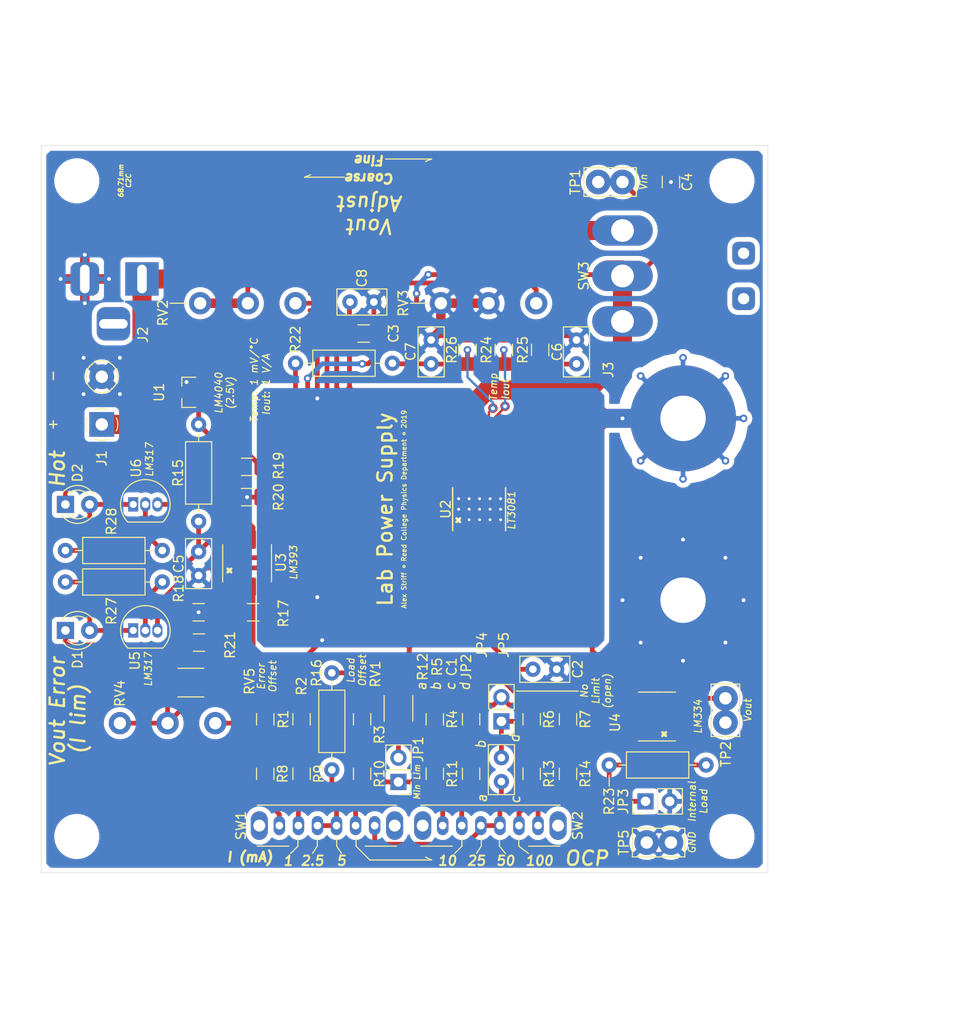
<source format=kicad_pcb>
(kicad_pcb (version 20171130) (host pcbnew "(5.1.2)-1")
  (layers (0 F.Cu signal) (31 B.Cu signal) (34 B.Paste user) (35 F.Paste user) (36 B.SilkS user) (37 F.SilkS user) (38 B.Mask user) (39 F.Mask user) (44 Edge.Cuts user))
  (net 0 "")
  (net 1 "Net-(C1-Pad2)")
  (net 2 "Net-(C1-Pad1)")
  (net 3 "Net-(C2-Pad2)")
  (net 4 GND)
  (net 5 Vout)
  (net 6 Vin)
  (net 7 "Net-(D1-Pad1)")
  (net 8 "Net-(D2-Pad1)")
  (net 9 "Net-(J1-Pad1)")
  (net 10 "Net-(JP1-Pad1)")
  (net 11 "Net-(JP3-Pad1)")
  (net 12 "Net-(R1-Pad1)")
  (net 13 "Net-(R2-Pad2)")
  (net 14 "Net-(R10-Pad1)")
  (net 15 "Net-(R11-Pad1)")
  (net 16 "Net-(R12-Pad1)")
  (net 17 "Net-(R13-Pad1)")
  (net 18 "Net-(R14-Pad1)")
  (net 19 "Net-(R8-Pad2)")
  (net 20 "Net-(R9-Pad2)")
  (net 21 "Net-(R10-Pad2)")
  (net 22 "Net-(R11-Pad2)")
  (net 23 "Net-(R12-Pad2)")
  (net 24 "Net-(R13-Pad2)")
  (net 25 "Net-(R14-Pad2)")
  (net 26 "Net-(R15-Pad1)")
  (net 27 "Net-(R16-Pad2)")
  (net 28 "Net-(R16-Pad1)")
  (net 29 "Net-(R17-Pad2)")
  (net 30 "Net-(R19-Pad1)")
  (net 31 "Net-(R21-Pad1)")
  (net 32 TEMP)
  (net 33 "Net-(R22-Pad1)")
  (net 34 "Net-(R23-Pad1)")
  (net 35 Iout)
  (net 36 "Net-(RV2-Pad2)")
  (net 37 "Net-(D1-Pad2)")
  (net 38 "Net-(D2-Pad2)")
  (net 39 "Net-(JP4-Pad1)")
  (net 40 "Net-(JP5-Pad1)")
  (net 41 "Net-(R27-Pad1)")
  (net 42 "Net-(R28-Pad1)")
  (module TestPoint:TestPoint_Pad_D1.0mm (layer F.Cu) (at 146.431 87.1982)
    (fp_text reference REF** hide)
    (fp_text value TestPoint_Pad_D1.0mm)
    (pad 1 smd circle (at 0 0) (size 1 1) (layers F.Cu F.Mask) (net 32 TEMP))
  )
  (module TestPoint:TestPoint_Pad_D1.0mm (layer F.Cu) (at 147.701 86.995)
    (fp_text reference REF** hide)
    (fp_text value TestPoint_Pad_D1.0mm)
    (pad 1 smd circle (at 0 0) (size 1 1) (layers F.Cu F.Mask) (net 35 Iout))
  )
  (module MountingHole:MountingHole_3.7mm (layer F.Cu) (at 171.5008 132.08)
    (fp_text reference REF** hide)
    (fp_text value MountingHole_3.7mm)
    (pad 1 np_thru_hole circle (at 0 0) (size 3.7 3.7) (drill 3.7) (layers *.Cu *.Mask))
  )
  (module MountingHole:MountingHole_3.7mm (layer F.Cu) (at 171.5008 63.373)
    (fp_text reference REF** hide)
    (fp_text value MountingHole_3.7mm)
    (pad 1 np_thru_hole circle (at 0 0) (size 3.7 3.7) (drill 3.7) (layers *.Cu *.Mask))
  )
  (module MountingHole:MountingHole_3.7mm (layer F.Cu) (at 102.7938 63.373)
    (fp_text reference REF** hide)
    (fp_text value MountingHole_3.7mm)
    (pad 1 np_thru_hole circle (at 0 0) (size 3.7 3.7) (drill 3.7) (layers *.Cu *.Mask))
  )
  (module MountingHole:MountingHole_3.7mm (layer F.Cu) (at 102.7938 132.08)
    (fp_text reference REF** hide)
    (fp_text value MountingHole_3.7mm)
    (pad 1 np_thru_hole circle (at 0 0) (size 3.7 3.7) (drill 3.7) (layers *.Cu *.Mask))
  )
  (module TerminalBlock_MetzConnect:TerminalBlock_MetzConnect_Type094_RT03502HBLU_1x02_P5.00mm_Horizontal (layer F.Cu) (at 105.41 88.9 90)
    (fp_text reference J1 (at -3.556 0 270) (layer F.SilkS))
    (fp_text value Screw_Terminal_01x02)
    (pad 1 thru_hole rect (at 0 0 90) (size 2.6 2.6) (drill 1.3) (layers *.Cu *.Mask) (net 9 "Net-(J1-Pad1)"))
    (pad 2 thru_hole circle (at 5 0 90) (size 2.6 2.6) (drill 1.3) (layers *.Cu *.Mask) (net 4 GND))
  )
  (module Connector_BarrelJack:BarrelJack_Horizontal (layer F.Cu) (at 109.632 73.66)
    (fp_text reference J2 (at 0.096 5.842 90) (layer F.SilkS))
    (fp_text value Barrel_Jack)
    (pad 1 thru_hole rect (at 0 0) (size 3.5 3.5) (drill oval 1 3) (layers *.Cu *.Mask) (net 9 "Net-(J1-Pad1)"))
    (pad 2 thru_hole roundrect (at -6 0) (size 3 3.5) (drill oval 1 3) (layers *.Cu *.Mask) (net 4 GND))
    (pad 3 thru_hole roundrect (at -3 4.7) (size 3.5 3.5) (drill oval 3 1) (layers *.Cu *.Mask))
  )
  (module Package_SO:SOIC-8_3.9x4.9mm_P1.27mm (layer F.Cu) (at 163.638 119.507 180)
    (fp_text reference U4 (at 4.3927 -0.635 270) (layer F.SilkS))
    (fp_text value LM334M)
    (pad 1 smd roundrect (at -2.475 -1.905 180) (size 1.95 0.6) (layers F.Cu F.Paste F.Mask) (net 34 "Net-(R23-Pad1)"))
    (pad 2 smd roundrect (at -2.475 -0.635 180) (size 1.95 0.6) (layers F.Cu F.Paste F.Mask) (net 11 "Net-(JP3-Pad1)"))
    (pad 3 smd roundrect (at -2.475 0.635 180) (size 1.95 0.6) (layers F.Cu F.Paste F.Mask) (net 11 "Net-(JP3-Pad1)"))
    (pad 4 smd roundrect (at -2.475 1.905 180) (size 1.95 0.6) (layers F.Cu F.Paste F.Mask) (net 5 Vout))
    (pad 5 smd roundrect (at 2.475 1.905 180) (size 1.95 0.6) (layers F.Cu F.Paste F.Mask))
    (pad 6 smd roundrect (at 2.475 0.635 180) (size 1.95 0.6) (layers F.Cu F.Paste F.Mask) (net 11 "Net-(JP3-Pad1)"))
    (pad 7 smd roundrect (at 2.475 -0.635 180) (size 1.95 0.6) (layers F.Cu F.Paste F.Mask) (net 11 "Net-(JP3-Pad1)"))
    (pad 8 smd roundrect (at 2.475 -1.905 180) (size 1.95 0.6) (layers F.Cu F.Paste F.Mask))
  )
  (module Potentiometer_THT:Potentiometer_Piher_PC-16_Single_Horizontal (layer F.Cu) (at 150.97 76.2 90)
    (fp_text reference RV3 (at 0 -13.937 90) (layer F.SilkS))
    (fp_text value 10k)
    (pad 3 thru_hole circle (at 0 -10 90) (size 2.34 2.34) (drill 1.3) (layers *.Cu *.Mask) (net 4 GND))
    (pad 2 thru_hole circle (at 0 -5 90) (size 2.34 2.34) (drill 1.3) (layers *.Cu *.Mask) (net 4 GND))
    (pad 1 thru_hole circle (at 0 0 90) (size 2.34 2.34) (drill 1.3) (layers *.Cu *.Mask) (net 36 "Net-(RV2-Pad2)"))
  )
  (module Potentiometer_THT:Potentiometer_Piher_PC-16_Single_Horizontal (layer F.Cu) (at 125.73 76.2 90)
    (fp_text reference RV2 (at -1.016 -13.9065 90) (layer F.SilkS))
    (fp_text value 500k)
    (pad 3 thru_hole circle (at 0 -10 90) (size 2.34 2.34) (drill 1.3) (layers *.Cu *.Mask) (net 36 "Net-(RV2-Pad2)"))
    (pad 2 thru_hole circle (at 0 -5 90) (size 2.34 2.34) (drill 1.3) (layers *.Cu *.Mask) (net 36 "Net-(RV2-Pad2)"))
    (pad 1 thru_hole circle (at 0 0 90) (size 2.34 2.34) (drill 1.3) (layers *.Cu *.Mask) (net 3 "Net-(C2-Pad2)"))
  )
  (module Potentiometer_THT:Potentiometer_Piher_PC-16_Single_Horizontal (layer F.Cu) (at 107.315 120.2055 270)
    (fp_text reference RV4 (at -3.1115 0 90) (layer F.SilkS))
    (fp_text value 1k)
    (pad 1 thru_hole circle (at 0 0 270) (size 2.34 2.34) (drill 1.3) (layers *.Cu *.Mask) (net 5 Vout))
    (pad 2 thru_hole circle (at 0 -5 270) (size 2.34 2.34) (drill 1.3) (layers *.Cu *.Mask) (net 5 Vout))
    (pad 3 thru_hole circle (at 0 -10 270) (size 2.34 2.34) (drill 1.3) (layers *.Cu *.Mask) (net 10 "Net-(JP1-Pad1)"))
  )
  (module Package_SO:SOIC-8_3.9x4.9mm_P1.27mm (layer F.Cu) (at 120.65 103.44 90)
    (fp_text reference U3 (at 0.062 3.556 270) (layer F.SilkS))
    (fp_text value LM393)
    (pad 1 smd roundrect (at -2.475 -1.905 90) (size 1.95 0.6) (layers F.Cu F.Paste F.Mask) (net 7 "Net-(D1-Pad1)"))
    (pad 2 smd roundrect (at -2.475 -0.635 90) (size 1.95 0.6) (layers F.Cu F.Paste F.Mask) (net 29 "Net-(R17-Pad2)"))
    (pad 3 smd roundrect (at -2.475 0.635 90) (size 1.95 0.6) (layers F.Cu F.Paste F.Mask) (net 31 "Net-(R21-Pad1)"))
    (pad 4 smd roundrect (at -2.475 1.905 90) (size 1.95 0.6) (layers F.Cu F.Paste F.Mask) (net 4 GND))
    (pad 5 smd roundrect (at 2.475 1.905 90) (size 1.95 0.6) (layers F.Cu F.Paste F.Mask) (net 33 "Net-(R22-Pad1)"))
    (pad 6 smd roundrect (at 2.475 0.635 90) (size 1.95 0.6) (layers F.Cu F.Paste F.Mask) (net 30 "Net-(R19-Pad1)"))
    (pad 7 smd roundrect (at 2.475 -0.635 90) (size 1.95 0.6) (layers F.Cu F.Paste F.Mask) (net 8 "Net-(D2-Pad1)"))
    (pad 8 smd roundrect (at 2.475 -1.905 90) (size 1.95 0.6) (layers F.Cu F.Paste F.Mask) (net 6 Vin))
  )
  (module Package_TO_SOT_SMD:SOT-23 (layer F.Cu) (at 114.57 85.537 180)
    (fp_text reference U1 (at 3.1402 -0.00004 90) (layer F.SilkS))
    (fp_text value LM4040DBZ-2.5)
    (pad 1 smd rect (at -1.4 -0.95 180) (size 1.7 0.8) (layers F.Cu F.Paste F.Mask) (net 26 "Net-(R15-Pad1)"))
    (pad 2 smd rect (at -1.4 0.95 180) (size 1.7 0.8) (layers F.Cu F.Paste F.Mask) (net 4 GND))
    (pad 3 smd rect (at 1.4 0 180) (size 1.7 0.8) (layers F.Cu F.Paste F.Mask))
  )
  (module Package_SO:HTSSOP-16-1EP_4.4x5mm_P0.65mm_EP3.4x5mm_Mask3x3mm_ThermalVias (layer F.Cu) (at 145.034 97.79 90)
    (fp_text reference U2 (at 0 -3.55 90) (layer F.SilkS))
    (fp_text value LT3081)
    (pad 17 smd rect (at 0 0 90) (size 3.4 5) (layers B.Cu) (net 5 Vout))
    (pad 1 smd rect (at -3.375 -2.275 90) (size 2.25 0.45) (layers F.Cu F.Paste F.Mask) (net 5 Vout))
    (pad 2 smd rect (at -3.375 -1.625 90) (size 2.25 0.45) (layers F.Cu F.Paste F.Mask) (net 5 Vout))
    (pad 3 smd rect (at -3.375 -0.975 90) (size 2.25 0.45) (layers F.Cu F.Paste F.Mask) (net 5 Vout))
    (pad 4 smd rect (at -3.375 -0.325 90) (size 2.25 0.45) (layers F.Cu F.Paste F.Mask) (net 5 Vout))
    (pad 5 smd rect (at -3.375 0.325 90) (size 2.25 0.45) (layers F.Cu F.Paste F.Mask) (net 5 Vout))
    (pad 6 smd rect (at -3.375 0.975 90) (size 2.25 0.45) (layers F.Cu F.Paste F.Mask) (net 39 "Net-(JP4-Pad1)"))
    (pad 7 smd rect (at -3.375 1.625 90) (size 2.25 0.45) (layers F.Cu F.Paste F.Mask) (net 40 "Net-(JP5-Pad1)"))
    (pad 8 smd rect (at -3.375 2.275 90) (size 2.25 0.45) (layers F.Cu F.Paste F.Mask) (net 5 Vout))
    (pad 9 smd rect (at 3.375 2.275 90) (size 2.25 0.45) (layers F.Cu F.Paste F.Mask) (net 5 Vout))
    (pad 10 smd rect (at 3.375 1.625 90) (size 2.25 0.45) (layers F.Cu F.Paste F.Mask) (net 35 Iout))
    (pad 11 smd rect (at 3.375 0.975 90) (size 2.25 0.45) (layers F.Cu F.Paste F.Mask) (net 32 TEMP))
    (pad 12 smd rect (at 3.375 0.325 90) (size 2.25 0.45) (layers F.Cu F.Paste F.Mask) (net 6 Vin))
    (pad 13 smd rect (at 3.375 -0.325 90) (size 2.25 0.45) (layers F.Cu F.Paste F.Mask) (net 6 Vin))
    (pad 14 smd rect (at 3.375 -0.975 90) (size 2.25 0.45) (layers F.Cu F.Paste F.Mask) (net 6 Vin))
    (pad 15 smd rect (at 3.375 -1.625 90) (size 2.25 0.45) (layers F.Cu F.Paste F.Mask) (net 6 Vin))
    (pad 16 smd rect (at 3.375 -2.275 90) (size 2.25 0.45) (layers F.Cu F.Paste F.Mask) (net 5 Vout))
    (pad 17 smd rect (at 0 0 90) (size 3.4 5) (layers F.Cu) (net 5 Vout))
    (pad 17 thru_hole circle (at -1.1 2.2 90) (size 0.6 0.6) (drill 0.3) (layers *.Cu) (net 5 Vout))
    (pad 17 thru_hole circle (at 0 2.2 90) (size 0.6 0.6) (drill 0.3) (layers *.Cu) (net 5 Vout))
    (pad 17 thru_hole circle (at 1.1 2.2 90) (size 0.6 0.6) (drill 0.3) (layers *.Cu) (net 5 Vout))
    (pad 17 thru_hole circle (at 1.1 1.1 90) (size 0.6 0.6) (drill 0.3) (layers *.Cu) (net 5 Vout))
    (pad 17 thru_hole circle (at 0 1.1 90) (size 0.6 0.6) (drill 0.3) (layers *.Cu) (net 5 Vout))
    (pad 17 thru_hole circle (at -1.1 1.1 90) (size 0.6 0.6) (drill 0.3) (layers *.Cu) (net 5 Vout))
    (pad 17 thru_hole circle (at 1.1 0 90) (size 0.6 0.6) (drill 0.3) (layers *.Cu) (net 5 Vout))
    (pad 17 thru_hole circle (at 0 0 90) (size 0.6 0.6) (drill 0.3) (layers *.Cu) (net 5 Vout))
    (pad 17 thru_hole circle (at -1.1 0 90) (size 0.6 0.6) (drill 0.3) (layers *.Cu) (net 5 Vout))
    (pad 17 thru_hole circle (at 1.1 -1.1 90) (size 0.6 0.6) (drill 0.3) (layers *.Cu) (net 5 Vout))
    (pad 17 thru_hole circle (at 0 -1.1 90) (size 0.6 0.6) (drill 0.3) (layers *.Cu) (net 5 Vout))
    (pad 17 thru_hole circle (at -1.1 -1.1 90) (size 0.6 0.6) (drill 0.3) (layers *.Cu) (net 5 Vout))
    (pad 17 thru_hole circle (at 1.1 -2.2 90) (size 0.6 0.6) (drill 0.3) (layers *.Cu) (net 5 Vout))
    (pad 17 thru_hole circle (at 0 -2.2 90) (size 0.6 0.6) (drill 0.3) (layers *.Cu) (net 5 Vout))
    (pad 17 thru_hole circle (at -1.1 -2.2 90) (size 0.6 0.6) (drill 0.3) (layers *.Cu) (net 5 Vout))
  )
  (module psu-foot:Trim_pot_Bourns_TC33X-2-101E (layer F.Cu) (at 136.525 118.11 180)
    (fp_text reference RV1 (at 2.413 3.048 90) (layer F.SilkS))
    (fp_text value 100R)
    (pad 1 smd rect (at -1 2.8 180) (size 1.2 3.2) (layers F.Cu F.Paste F.Mask) (net 5 Vout))
    (pad 3 smd rect (at 1 2.8 180) (size 1.2 3.2) (layers F.Cu F.Paste F.Mask) (net 28 "Net-(R16-Pad1)"))
    (pad 2 smd rect (at 0 -2.45 180) (size 1.6 3.5) (layers F.Cu F.Paste F.Mask) (net 5 Vout))
  )
  (module psu-foot:Trim_pot_Bourns_TC33X-2-101E (layer F.Cu) (at 115.3055 115.951 90)
    (fp_text reference RV5 (at 0.127 5.5985 270) (layer F.SilkS))
    (fp_text value 500k)
    (pad 1 smd rect (at -1 2.8 90) (size 1.2 3.2) (layers F.Cu F.Paste F.Mask) (net 5 Vout))
    (pad 3 smd rect (at 1 2.8 90) (size 1.2 3.2) (layers F.Cu F.Paste F.Mask) (net 31 "Net-(R21-Pad1)"))
    (pad 2 smd rect (at 0 -2.45 90) (size 1.6 3.5) (layers F.Cu F.Paste F.Mask) (net 5 Vout))
  )
  (module Package_TO_SOT_THT:TO-92_Inline (layer F.Cu) (at 108.712 97.282)
    (fp_text reference U6 (at 0.3048 -3.81 90) (layer F.SilkS))
    (fp_text value LM317L_TO92)
    (pad 2 thru_hole oval (at 1.27 0) (size 1.05 1.5) (drill 0.75) (layers *.Cu *.Mask) (net 42 "Net-(R28-Pad1)"))
    (pad 3 thru_hole oval (at 2.54 0) (size 1.05 1.5) (drill 0.75) (layers *.Cu *.Mask) (net 6 Vin))
    (pad 1 thru_hole rect (at 0 0) (size 1.05 1.5) (drill 0.75) (layers *.Cu *.Mask) (net 38 "Net-(D2-Pad2)"))
  )
  (module Resistor_THT:R_Axial_DIN0207_L6.3mm_D2.5mm_P10.16mm_Horizontal (layer F.Cu) (at 111.76 105.41 180)
    (fp_text reference R27 (at 5.334 -3.048 90) (layer F.SilkS))
    (fp_text value 100R)
    (pad 1 thru_hole circle (at 0 0 180) (size 1.6 1.6) (drill 0.8) (layers *.Cu *.Mask) (net 41 "Net-(R27-Pad1)"))
    (pad 2 thru_hole oval (at 10.16 0 180) (size 1.6 1.6) (drill 0.8) (layers *.Cu *.Mask) (net 37 "Net-(D1-Pad2)"))
  )
  (module LED_THT:LED_D3.0mm (layer F.Cu) (at 101.6 110.49)
    (fp_text reference D1 (at 1.27 3.048 90) (layer F.SilkS))
    (fp_text value LED_RED)
    (pad 1 thru_hole rect (at 0 0) (size 1.8 1.8) (drill 0.9) (layers *.Cu *.Mask) (net 7 "Net-(D1-Pad1)"))
    (pad 2 thru_hole circle (at 2.54 0) (size 1.8 1.8) (drill 0.9) (layers *.Cu *.Mask) (net 37 "Net-(D1-Pad2)"))
  )
  (module Resistor_THT:R_Axial_DIN0207_L6.3mm_D2.5mm_P10.16mm_Horizontal (layer F.Cu) (at 111.76 102.108 180)
    (fp_text reference R28 (at 5.334 3.048 90) (layer F.SilkS))
    (fp_text value 100R)
    (pad 1 thru_hole circle (at 0 0 180) (size 1.6 1.6) (drill 0.8) (layers *.Cu *.Mask) (net 42 "Net-(R28-Pad1)"))
    (pad 2 thru_hole oval (at 10.16 0 180) (size 1.6 1.6) (drill 0.8) (layers *.Cu *.Mask) (net 38 "Net-(D2-Pad2)"))
  )
  (module Capacitor_THT:C_Disc_D5.0mm_W2.5mm_P2.50mm (layer F.Cu) (at 131.445 76.073)
    (fp_text reference C8 (at 1.25 -2.5 90) (layer F.SilkS))
    (fp_text value 0u1)
    (pad 1 thru_hole circle (at 0 0) (size 1.6 1.6) (drill 0.8) (layers *.Cu *.Mask) (net 5 Vout))
    (pad 2 thru_hole circle (at 2.5 0) (size 1.6 1.6) (drill 0.8) (layers *.Cu *.Mask) (net 4 GND))
  )
  (module psu-foot:Guard_Jumper (layer F.Cu) (at 147.574 109.22 270)
    (fp_text reference JP5 (at 2.794 0 90) (layer F.SilkS))
    (fp_text value Guard)
    (pad 1 smd circle (at -5.08 0 270) (size 1.5 1.5) (layers F.Cu F.Paste F.Mask) (net 40 "Net-(JP5-Pad1)"))
    (pad 2 smd circle (at 5.08 0 270) (size 1.5 1.5) (layers F.Cu F.Paste F.Mask) (net 3 "Net-(C2-Pad2)"))
  )
  (module psu-foot:Guard_Jumper (layer F.Cu) (at 145.288 109.22 270)
    (fp_text reference JP4 (at 2.794 0 90) (layer F.SilkS))
    (fp_text value Guard)
    (pad 1 smd circle (at -5.08 0 270) (size 1.5 1.5) (layers F.Cu F.Paste F.Mask) (net 39 "Net-(JP4-Pad1)"))
    (pad 2 smd circle (at 5.08 0 270) (size 1.5 1.5) (layers F.Cu F.Paste F.Mask) (net 1 "Net-(C1-Pad2)"))
  )
  (module "psu-foot:Binding Posts" (layer F.Cu) (at 166.37 97.79 270)
    (fp_text reference J3 (at -14.605 7.8232 90) (layer F.SilkS))
    (fp_text value "Binding posts")
    (pad 1 thru_hole circle (at -9.525 0 270) (size 11.1125 11.1125) (drill 4.7625) (layers *.Cu *.Mask) (net 5 Vout) (clearance 1.27))
    (pad 2 thru_hole circle (at 9.525 0 270) (size 11.1125 11.1125) (drill 4.7625) (layers *.Cu *.Mask) (net 4 GND))
  )
  (module Capacitor_THT:C_Disc_D5.0mm_W2.5mm_P2.50mm (layer F.Cu) (at 115.57 104.735 90)
    (fp_text reference C5 (at 1.23 -2.0955 270) (layer F.SilkS))
    (fp_text value 0u1)
    (pad 1 thru_hole circle (at 0 0 90) (size 1.6 1.6) (drill 0.8) (layers *.Cu *.Mask) (net 4 GND))
    (pad 2 thru_hole circle (at 2.5 0 90) (size 1.6 1.6) (drill 0.8) (layers *.Cu *.Mask) (net 6 Vin))
  )
  (module Package_TO_SOT_THT:TO-92_Inline (layer F.Cu) (at 108.712 110.49)
    (fp_text reference U5 (at 0.1778 3.175 90) (layer F.SilkS))
    (fp_text value LM317L_TO92)
    (pad 2 thru_hole oval (at 1.27 0) (size 1.05 1.5) (drill 0.75) (layers *.Cu *.Mask) (net 41 "Net-(R27-Pad1)"))
    (pad 3 thru_hole oval (at 2.54 0) (size 1.05 1.5) (drill 0.75) (layers *.Cu *.Mask) (net 6 Vin))
    (pad 1 thru_hole rect (at 0 0) (size 1.05 1.5) (drill 0.75) (layers *.Cu *.Mask) (net 37 "Net-(D1-Pad2)"))
  )
  (module LED_THT:LED_D3.0mm (layer F.Cu) (at 101.6 97.282)
    (fp_text reference D2 (at 1.27 -3.302 90) (layer F.SilkS))
    (fp_text value LED_RED)
    (pad 1 thru_hole rect (at 0 0) (size 1.8 1.8) (drill 0.9) (layers *.Cu *.Mask) (net 8 "Net-(D2-Pad1)"))
    (pad 2 thru_hole circle (at 2.54 0) (size 1.8 1.8) (drill 0.9) (layers *.Cu *.Mask) (net 38 "Net-(D2-Pad2)"))
  )
  (module Capacitor_THT:C_Disc_D5.0mm_W2.5mm_P2.50mm (layer F.Cu) (at 139.954 80.05 270)
    (fp_text reference C7 (at 1.23 2.159 90) (layer F.SilkS))
    (fp_text value 0u1)
    (pad 1 thru_hole circle (at 0 0 270) (size 1.6 1.6) (drill 0.8) (layers *.Cu *.Mask) (net 4 GND))
    (pad 2 thru_hole circle (at 2.5 0 270) (size 1.6 1.6) (drill 0.8) (layers *.Cu *.Mask) (net 32 TEMP))
  )
  (module Capacitor_THT:C_Disc_D5.0mm_W2.5mm_P2.50mm (layer F.Cu) (at 155.194 80.05 270)
    (fp_text reference C6 (at 1.25 2.032 90) (layer F.SilkS))
    (fp_text value 0u1)
    (pad 1 thru_hole circle (at 0 0 270) (size 1.6 1.6) (drill 0.8) (layers *.Cu *.Mask) (net 4 GND))
    (pad 2 thru_hole circle (at 2.5 0 270) (size 1.6 1.6) (drill 0.8) (layers *.Cu *.Mask) (net 35 Iout))
  )
  (module Resistor_SMD:R_1206_3216Metric_Pad1.42x1.75mm_HandSolder (layer F.Cu) (at 140.335 119.7975 270)
    (fp_text reference R4 (at 0 -1.82 90) (layer F.SilkS))
    (fp_text value 27R)
    (pad 1 smd roundrect (at -1.4875 0 270) (size 1.425 1.75) (layers F.Cu F.Paste F.Mask) (roundrect_rratio 0.175439) (net 10 "Net-(JP1-Pad1)"))
    (pad 2 smd roundrect (at 1.4875 0 270) (size 1.425 1.75) (layers F.Cu F.Paste F.Mask) (roundrect_rratio 0.175439) (net 15 "Net-(R11-Pad1)"))
  )
  (module Resistor_SMD:R_1206_3216Metric_Pad1.42x1.75mm_HandSolder (layer F.Cu) (at 140.335 125.5125 270)
    (fp_text reference R11 (at 0 -1.82 90) (layer F.SilkS))
    (fp_text value 1R0)
    (pad 1 smd roundrect (at -1.4875 0 270) (size 1.425 1.75) (layers F.Cu F.Paste F.Mask) (roundrect_rratio 0.175439) (net 15 "Net-(R11-Pad1)"))
    (pad 2 smd roundrect (at 1.4875 0 270) (size 1.425 1.75) (layers F.Cu F.Paste F.Mask) (roundrect_rratio 0.175439) (net 22 "Net-(R11-Pad2)"))
  )
  (module Resistor_SMD:R_1206_3216Metric_Pad1.42x1.75mm_HandSolder (layer F.Cu) (at 144.145 119.7975 270)
    (fp_text reference R5 (at -5.4975 3.556 90) (layer F.SilkS))
    (fp_text value 68R)
    (pad 1 smd roundrect (at -1.4875 0 270) (size 1.425 1.75) (layers F.Cu F.Paste F.Mask) (roundrect_rratio 0.175439) (net 10 "Net-(JP1-Pad1)"))
    (pad 2 smd roundrect (at 1.4875 0 270) (size 1.425 1.75) (layers F.Cu F.Paste F.Mask) (roundrect_rratio 0.175439) (net 16 "Net-(R12-Pad1)"))
  )
  (module Resistor_SMD:R_1206_3216Metric_Pad1.42x1.75mm_HandSolder (layer F.Cu) (at 144.145 125.5125 270)
    (fp_text reference R12 (at -11.2125 5.08 90) (layer F.SilkS))
    (fp_text value 1R0)
    (pad 1 smd roundrect (at -1.4875 0 270) (size 1.425 1.75) (layers F.Cu F.Paste F.Mask) (roundrect_rratio 0.175439) (net 16 "Net-(R12-Pad1)"))
    (pad 2 smd roundrect (at 1.4875 0 270) (size 1.425 1.75) (layers F.Cu F.Paste F.Mask) (roundrect_rratio 0.175439) (net 23 "Net-(R12-Pad2)"))
  )
  (module TestPoint:TestPoint_Bridge_Pitch2.54mm_Drill1.3mm (layer F.Cu) (at 162.56 132.715)
    (fp_text reference TP5 (at -2.413 0 90) (layer F.SilkS))
    (fp_text value Gnd)
    (pad 1 thru_hole circle (at 0 0) (size 2.6 2.6) (drill 1.3) (layers *.Cu *.Mask) (net 4 GND))
    (pad 1 thru_hole circle (at 2.54 0) (size 2.6 2.6) (drill 1.3) (layers *.Cu *.Mask) (net 4 GND))
  )
  (module TestPoint:TestPoint_Bridge_Pitch2.54mm_Drill1.3mm (layer F.Cu) (at 170.815 117.602 270)
    (fp_text reference TP2 (at 5.842 -0.0508 270) (layer F.SilkS))
    (fp_text value Vout)
    (pad 1 thru_hole circle (at 0 0 270) (size 2.6 2.6) (drill 1.3) (layers *.Cu *.Mask) (net 5 Vout))
    (pad 1 thru_hole circle (at 2.54 0 270) (size 2.6 2.6) (drill 1.3) (layers *.Cu *.Mask) (net 5 Vout))
  )
  (module TestPoint:TestPoint_Bridge_Pitch2.54mm_Drill1.3mm (layer F.Cu) (at 157.48 63.5)
    (fp_text reference TP1 (at -2.413 0 90) (layer F.SilkS))
    (fp_text value Vin)
    (pad 1 thru_hole circle (at 0 0) (size 2.6 2.6) (drill 1.3) (layers *.Cu *.Mask) (net 6 Vin))
    (pad 1 thru_hole circle (at 2.54 0) (size 2.6 2.6) (drill 1.3) (layers *.Cu *.Mask) (net 6 Vin))
  )
  (module psu-foot:SW_SPST_Lever_Rubber (layer F.Cu) (at 160.02 73.3425 270)
    (fp_text reference SW3 (at 0 4.064 90) (layer F.SilkS))
    (fp_text value "Lever toggle")
    (pad 2 thru_hole oval (at 0 0 270) (size 3.175 6.35) (drill 2.38252) (layers *.Cu *.Mask) (net 6 Vin))
    (pad 2 thru_hole oval (at 4.7625 0 270) (size 3.175 6.35) (drill 2.38252) (layers *.Cu *.Mask) (net 6 Vin))
    (pad 1 thru_hole oval (at -4.7625 0 270) (size 3.175 6.35) (drill 2.38252) (layers *.Cu *.Mask) (net 9 "Net-(J1-Pad1)"))
    (pad "" thru_hole roundrect (at -2.38125 -12.7 270) (size 2.38252 2.38252) (drill 1.19126) (layers *.Cu *.Mask))
    (pad "" thru_hole roundrect (at 2.38125 -12.7 270) (size 2.38252 2.38252) (drill 1.19126) (layers *.Cu *.Mask))
  )
  (module psu-foot:SP4T_CK_SK-14D01-G-6 (layer F.Cu) (at 146.165 130.937)
    (fp_text reference SW2 (at 9.156 0 90) (layer F.SilkS))
    (fp_text value SW_SP4T)
    (pad "" thru_hole oval (at 7.1 0) (size 1.8 3) (drill 1.25) (layers *.Cu *.Mask))
    (pad "" thru_hole oval (at -7.1 0) (size 1.8 3) (drill 1.25) (layers *.Cu *.Mask))
    (pad 1 thru_hole oval (at -5 0) (size 1.2 2) (drill 0.8) (layers *.Cu *.Mask) (net 22 "Net-(R11-Pad2)"))
    (pad 2 thru_hole oval (at -3 0) (size 1.2 2) (drill 0.8) (layers *.Cu *.Mask) (net 23 "Net-(R12-Pad2)"))
    (pad 3 thru_hole oval (at -1 0) (size 1.2 2) (drill 0.8) (layers *.Cu *.Mask) (net 2 "Net-(C1-Pad1)"))
    (pad 3 thru_hole oval (at 1 0) (size 1.2 2) (drill 0.8) (layers *.Cu *.Mask) (net 2 "Net-(C1-Pad1)"))
    (pad 4 thru_hole oval (at 3 0) (size 1.2 2) (drill 0.8) (layers *.Cu *.Mask) (net 24 "Net-(R13-Pad2)"))
    (pad 5 thru_hole oval (at 5 0) (size 1.2 2) (drill 0.8) (layers *.Cu *.Mask) (net 25 "Net-(R14-Pad2)"))
  )
  (module psu-foot:SP4T_CK_SK-14D01-G-6 (layer F.Cu) (at 129.032 130.937)
    (fp_text reference SW1 (at -9.017 0 270) (layer F.SilkS))
    (fp_text value SW_SP4T)
    (pad "" thru_hole oval (at 7.1 0) (size 1.8 3) (drill 1.25) (layers *.Cu *.Mask))
    (pad "" thru_hole oval (at -7.1 0) (size 1.8 3) (drill 1.25) (layers *.Cu *.Mask))
    (pad 1 thru_hole oval (at -5 0) (size 1.2 2) (drill 0.8) (layers *.Cu *.Mask) (net 19 "Net-(R8-Pad2)"))
    (pad 2 thru_hole oval (at -3 0) (size 1.2 2) (drill 0.8) (layers *.Cu *.Mask) (net 20 "Net-(R9-Pad2)"))
    (pad 3 thru_hole oval (at -1 0) (size 1.2 2) (drill 0.8) (layers *.Cu *.Mask) (net 27 "Net-(R16-Pad2)"))
    (pad 3 thru_hole oval (at 1 0) (size 1.2 2) (drill 0.8) (layers *.Cu *.Mask) (net 27 "Net-(R16-Pad2)"))
    (pad 4 thru_hole oval (at 3 0) (size 1.2 2) (drill 0.8) (layers *.Cu *.Mask) (net 21 "Net-(R10-Pad2)"))
    (pad 5 thru_hole oval (at 5 0) (size 1.2 2) (drill 0.8) (layers *.Cu *.Mask) (net 2 "Net-(C1-Pad1)"))
  )
  (module Resistor_SMD:R_1206_3216Metric_Pad1.42x1.75mm_HandSolder (layer F.Cu) (at 143.764 81.0879 90)
    (fp_text reference R26 (at 0 -1.651 90) (layer F.SilkS))
    (fp_text value 1k)
    (pad 1 smd roundrect (at -1.4875 0 90) (size 1.425 1.75) (layers F.Cu F.Paste F.Mask) (roundrect_rratio 0.175439) (net 32 TEMP))
    (pad 2 smd roundrect (at 1.4875 0 90) (size 1.425 1.75) (layers F.Cu F.Paste F.Mask) (roundrect_rratio 0.175439) (net 4 GND))
  )
  (module Resistor_SMD:R_1206_3216Metric_Pad1.42x1.75mm_HandSolder (layer F.Cu) (at 151.384 81.0895 90)
    (fp_text reference R25 (at 0 -1.82 90) (layer F.SilkS))
    (fp_text value 10k)
    (pad 1 smd roundrect (at -1.4875 0 90) (size 1.425 1.75) (layers F.Cu F.Paste F.Mask) (roundrect_rratio 0.175439) (net 35 Iout))
    (pad 2 smd roundrect (at 1.4875 0 90) (size 1.425 1.75) (layers F.Cu F.Paste F.Mask) (roundrect_rratio 0.175439) (net 4 GND))
  )
  (module Resistor_SMD:R_1206_3216Metric_Pad1.42x1.75mm_HandSolder (layer F.Cu) (at 147.574 81.0895 90)
    (fp_text reference R24 (at 0 -1.82 90) (layer F.SilkS))
    (fp_text value 10k)
    (pad 1 smd roundrect (at -1.4875 0 90) (size 1.425 1.75) (layers F.Cu F.Paste F.Mask) (roundrect_rratio 0.175439) (net 35 Iout))
    (pad 2 smd roundrect (at 1.4875 0 90) (size 1.425 1.75) (layers F.Cu F.Paste F.Mask) (roundrect_rratio 0.175439) (net 4 GND))
  )
  (module Resistor_THT:R_Axial_DIN0207_L6.3mm_D2.5mm_P10.16mm_Horizontal (layer F.Cu) (at 168.783 124.587 180)
    (fp_text reference R23 (at 10.16 -3.81 90) (layer F.SilkS))
    (fp_text value 22R)
    (pad 1 thru_hole circle (at 0 0 180) (size 1.6 1.6) (drill 0.8) (layers *.Cu *.Mask) (net 34 "Net-(R23-Pad1)"))
    (pad 2 thru_hole oval (at 10.16 0 180) (size 1.6 1.6) (drill 0.8) (layers *.Cu *.Mask) (net 11 "Net-(JP3-Pad1)"))
  )
  (module Resistor_THT:R_Axial_DIN0207_L6.3mm_D2.5mm_P10.16mm_Horizontal (layer F.Cu) (at 125.73 82.4865)
    (fp_text reference R22 (at 0 -2.4765 90) (layer F.SilkS))
    (fp_text value 1k)
    (pad 1 thru_hole circle (at 0 0) (size 1.6 1.6) (drill 0.8) (layers *.Cu *.Mask) (net 33 "Net-(R22-Pad1)"))
    (pad 2 thru_hole oval (at 10.16 0) (size 1.6 1.6) (drill 0.8) (layers *.Cu *.Mask) (net 32 TEMP))
  )
  (module Resistor_SMD:R_1206_3216Metric_Pad1.42x1.75mm_HandSolder (layer F.Cu) (at 115.6065 111.76 180)
    (fp_text reference R21 (at -3.2655 -0.254 90) (layer F.SilkS))
    (fp_text value 150k)
    (pad 1 smd roundrect (at -1.4875 0 180) (size 1.425 1.75) (layers F.Cu F.Paste F.Mask) (roundrect_rratio 0.175439) (net 31 "Net-(R21-Pad1)"))
    (pad 2 smd roundrect (at 1.4875 0 180) (size 1.425 1.75) (layers F.Cu F.Paste F.Mask) (roundrect_rratio 0.175439) (net 5 Vout))
  )
  (module Resistor_SMD:R_1206_3216Metric_Pad1.42x1.75mm_HandSolder (layer F.Cu) (at 120.65 96.52)
    (fp_text reference R20 (at 3.302 0 90) (layer F.SilkS))
    (fp_text value 1k)
    (pad 1 smd roundrect (at -1.4875 0) (size 1.425 1.75) (layers F.Cu F.Paste F.Mask) (roundrect_rratio 0.175439) (net 30 "Net-(R19-Pad1)"))
    (pad 2 smd roundrect (at 1.4875 0) (size 1.425 1.75) (layers F.Cu F.Paste F.Mask) (roundrect_rratio 0.175439) (net 4 GND))
  )
  (module Resistor_SMD:R_1206_3216Metric_Pad1.42x1.75mm_HandSolder (layer F.Cu) (at 120.65 93.345)
    (fp_text reference R19 (at 3.302 -0.127 90) (layer F.SilkS))
    (fp_text value 24k)
    (pad 1 smd roundrect (at -1.4875 0) (size 1.425 1.75) (layers F.Cu F.Paste F.Mask) (roundrect_rratio 0.175439) (net 30 "Net-(R19-Pad1)"))
    (pad 2 smd roundrect (at 1.4875 0) (size 1.425 1.75) (layers F.Cu F.Paste F.Mask) (roundrect_rratio 0.175439) (net 26 "Net-(R15-Pad1)"))
  )
  (module Resistor_SMD:R_1206_3216Metric_Pad1.42x1.75mm_HandSolder (layer F.Cu) (at 115.57 108.585 180)
    (fp_text reference R18 (at 2.0955 2.4765 90) (layer F.SilkS))
    (fp_text value 1M)
    (pad 1 smd roundrect (at -1.4875 0 180) (size 1.425 1.75) (layers F.Cu F.Paste F.Mask) (roundrect_rratio 0.175439) (net 29 "Net-(R17-Pad2)"))
    (pad 2 smd roundrect (at 1.4875 0 180) (size 1.425 1.75) (layers F.Cu F.Paste F.Mask) (roundrect_rratio 0.175439) (net 4 GND))
  )
  (module Resistor_SMD:R_1206_3216Metric_Pad1.42x1.75mm_HandSolder (layer F.Cu) (at 121.285 108.585 180)
    (fp_text reference R17 (at -3.175 -0.127 90) (layer F.SilkS))
    (fp_text value 1k5)
    (pad 1 smd roundrect (at -1.4875 0 180) (size 1.425 1.75) (layers F.Cu F.Paste F.Mask) (roundrect_rratio 0.175439) (net 3 "Net-(C2-Pad2)"))
    (pad 2 smd roundrect (at 1.4875 0 180) (size 1.425 1.75) (layers F.Cu F.Paste F.Mask) (roundrect_rratio 0.175439) (net 29 "Net-(R17-Pad2)"))
  )
  (module Resistor_THT:R_Axial_DIN0207_L6.3mm_D2.5mm_P10.16mm_Horizontal (layer F.Cu) (at 129.54 114.935 270)
    (fp_text reference R16 (at 0 1.6002 90) (layer F.SilkS))
    (fp_text value 390R)
    (pad 1 thru_hole circle (at 0 0 270) (size 1.6 1.6) (drill 0.8) (layers *.Cu *.Mask) (net 28 "Net-(R16-Pad1)"))
    (pad 2 thru_hole oval (at 10.16 0 270) (size 1.6 1.6) (drill 0.8) (layers *.Cu *.Mask) (net 27 "Net-(R16-Pad2)"))
  )
  (module Resistor_THT:R_Axial_DIN0207_L6.3mm_D2.5mm_P10.16mm_Horizontal (layer F.Cu) (at 115.57 88.9 270)
    (fp_text reference R15 (at 5.08 2.159 90) (layer F.SilkS))
    (fp_text value 4k7)
    (pad 1 thru_hole circle (at 0 0 270) (size 1.6 1.6) (drill 0.8) (layers *.Cu *.Mask) (net 26 "Net-(R15-Pad1)"))
    (pad 2 thru_hole oval (at 10.16 0 270) (size 1.6 1.6) (drill 0.8) (layers *.Cu *.Mask) (net 6 Vin))
  )
  (module Resistor_SMD:R_1206_3216Metric_Pad1.42x1.75mm_HandSolder (layer F.Cu) (at 154.305 125.5125 270)
    (fp_text reference R14 (at 0 -1.82 90) (layer F.SilkS))
    (fp_text value 100R)
    (pad 1 smd roundrect (at -1.4875 0 270) (size 1.425 1.75) (layers F.Cu F.Paste F.Mask) (roundrect_rratio 0.175439) (net 18 "Net-(R14-Pad1)"))
    (pad 2 smd roundrect (at 1.4875 0 270) (size 1.425 1.75) (layers F.Cu F.Paste F.Mask) (roundrect_rratio 0.175439) (net 25 "Net-(R14-Pad2)"))
  )
  (module Resistor_SMD:R_1206_3216Metric_Pad1.42x1.75mm_HandSolder (layer F.Cu) (at 150.495 125.5125 270)
    (fp_text reference R13 (at 0 -1.82 90) (layer F.SilkS))
    (fp_text value 39R)
    (pad 1 smd roundrect (at -1.4875 0 270) (size 1.425 1.75) (layers F.Cu F.Paste F.Mask) (roundrect_rratio 0.175439) (net 17 "Net-(R13-Pad1)"))
    (pad 2 smd roundrect (at 1.4875 0 270) (size 1.425 1.75) (layers F.Cu F.Paste F.Mask) (roundrect_rratio 0.175439) (net 24 "Net-(R13-Pad2)"))
  )
  (module Resistor_SMD:R_1206_3216Metric_Pad1.42x1.75mm_HandSolder (layer F.Cu) (at 132.715 125.5125 270)
    (fp_text reference R10 (at 0 -1.82 90) (layer F.SilkS))
    (fp_text value 1R0)
    (pad 1 smd roundrect (at -1.4875 0 270) (size 1.425 1.75) (layers F.Cu F.Paste F.Mask) (roundrect_rratio 0.175439) (net 14 "Net-(R10-Pad1)"))
    (pad 2 smd roundrect (at 1.4875 0 270) (size 1.425 1.75) (layers F.Cu F.Paste F.Mask) (roundrect_rratio 0.175439) (net 21 "Net-(R10-Pad2)"))
  )
  (module Resistor_SMD:R_1206_3216Metric_Pad1.42x1.75mm_HandSolder (layer F.Cu) (at 126.365 125.5125 270)
    (fp_text reference R9 (at 0 -1.82 90) (layer F.SilkS))
    (fp_text value 2R2)
    (pad 2 smd roundrect (at 1.4875 0 270) (size 1.425 1.75) (layers F.Cu F.Paste F.Mask) (roundrect_rratio 0.175439) (net 20 "Net-(R9-Pad2)"))
    (pad 1 smd roundrect (at -1.4875 0 270) (size 1.425 1.75) (layers F.Cu F.Paste F.Mask) (roundrect_rratio 0.175439) (net 13 "Net-(R2-Pad2)"))
  )
  (module Resistor_SMD:R_1206_3216Metric_Pad1.42x1.75mm_HandSolder (layer F.Cu) (at 122.555 125.5125 270)
    (fp_text reference R8 (at 0 -1.82 90) (layer F.SilkS))
    (fp_text value 1R0)
    (pad 1 smd roundrect (at -1.4875 0 270) (size 1.425 1.75) (layers F.Cu F.Paste F.Mask) (roundrect_rratio 0.175439) (net 12 "Net-(R1-Pad1)"))
    (pad 2 smd roundrect (at 1.4875 0 270) (size 1.425 1.75) (layers F.Cu F.Paste F.Mask) (roundrect_rratio 0.175439) (net 19 "Net-(R8-Pad2)"))
  )
  (module Resistor_SMD:R_1206_3216Metric_Pad1.42x1.75mm_HandSolder (layer F.Cu) (at 154.305 119.7975 270)
    (fp_text reference R7 (at 0 -1.82 90) (layer F.SilkS))
    (fp_text value 180R)
    (pad 1 smd roundrect (at -1.4875 0 270) (size 1.425 1.75) (layers F.Cu F.Paste F.Mask) (roundrect_rratio 0.175439) (net 10 "Net-(JP1-Pad1)"))
    (pad 2 smd roundrect (at 1.4875 0 270) (size 1.425 1.75) (layers F.Cu F.Paste F.Mask) (roundrect_rratio 0.175439) (net 18 "Net-(R14-Pad1)"))
  )
  (module Resistor_SMD:R_1206_3216Metric_Pad1.42x1.75mm_HandSolder (layer F.Cu) (at 150.495 119.7975 270)
    (fp_text reference R6 (at 0 -1.82 90) (layer F.SilkS))
    (fp_text value 100R)
    (pad 1 smd roundrect (at -1.4875 0 270) (size 1.425 1.75) (layers F.Cu F.Paste F.Mask) (roundrect_rratio 0.175439) (net 10 "Net-(JP1-Pad1)"))
    (pad 2 smd roundrect (at 1.4875 0 270) (size 1.425 1.75) (layers F.Cu F.Paste F.Mask) (roundrect_rratio 0.175439) (net 17 "Net-(R13-Pad1)"))
  )
  (module Resistor_SMD:R_1206_3216Metric_Pad1.42x1.75mm_HandSolder (layer F.Cu) (at 132.715 119.7975 270)
    (fp_text reference R3 (at 1.6145 -1.82 90) (layer F.SilkS))
    (fp_text value 13R)
    (pad 1 smd roundrect (at -1.4875 0 270) (size 1.425 1.75) (layers F.Cu F.Paste F.Mask) (roundrect_rratio 0.175439) (net 10 "Net-(JP1-Pad1)"))
    (pad 2 smd roundrect (at 1.4875 0 270) (size 1.425 1.75) (layers F.Cu F.Paste F.Mask) (roundrect_rratio 0.175439) (net 14 "Net-(R10-Pad1)"))
  )
  (module Resistor_SMD:R_1206_3216Metric_Pad1.42x1.75mm_HandSolder (layer F.Cu) (at 126.365 119.7975 270)
    (fp_text reference R2 (at -3.4655 0 90) (layer F.SilkS))
    (fp_text value 4R7)
    (pad 1 smd roundrect (at -1.4875 0 270) (size 1.425 1.75) (layers F.Cu F.Paste F.Mask) (roundrect_rratio 0.175439) (net 10 "Net-(JP1-Pad1)"))
    (pad 2 smd roundrect (at 1.4875 0 270) (size 1.425 1.75) (layers F.Cu F.Paste F.Mask) (roundrect_rratio 0.175439) (net 13 "Net-(R2-Pad2)"))
  )
  (module Resistor_SMD:R_1206_3216Metric_Pad1.42x1.75mm_HandSolder (layer F.Cu) (at 122.555 119.7975 90)
    (fp_text reference R1 (at 0 1.905 90) (layer F.SilkS))
    (fp_text value 1R8)
    (pad 1 smd roundrect (at -1.4875 0 90) (size 1.425 1.75) (layers F.Cu F.Paste F.Mask) (roundrect_rratio 0.175439) (net 12 "Net-(R1-Pad1)"))
    (pad 2 smd roundrect (at 1.4875 0 90) (size 1.425 1.75) (layers F.Cu F.Paste F.Mask) (roundrect_rratio 0.175439) (net 10 "Net-(JP1-Pad1)"))
  )
  (module Connector_PinHeader_2.54mm:PinHeader_1x02_P2.54mm_Vertical (layer F.Cu) (at 162.433 128.397 90)
    (fp_text reference JP3 (at 0 -2.33 90) (layer F.SilkS))
    (fp_text value Preload)
    (pad 1 thru_hole rect (at 0 0 90) (size 1.7 1.7) (drill 1) (layers *.Cu *.Mask) (net 11 "Net-(JP3-Pad1)"))
    (pad 2 thru_hole oval (at 0 2.54 90) (size 1.7 1.7) (drill 1) (layers *.Cu *.Mask) (net 4 GND))
  )
  (module Connector_PinHeader_2.54mm:PinHeader_1x02_P2.54mm_Vertical (layer F.Cu) (at 147.32 120.015 180)
    (fp_text reference JP2 (at 3.683 5.715 90) (layer F.SilkS))
    (fp_text value "No limit")
    (pad 1 thru_hole rect (at 0 0 180) (size 1.7 1.7) (drill 1) (layers *.Cu *.Mask) (net 1 "Net-(C1-Pad2)"))
    (pad 2 thru_hole oval (at 0 2.54 180) (size 1.7 1.7) (drill 1) (layers *.Cu *.Mask) (net 10 "Net-(JP1-Pad1)"))
  )
  (module Connector_PinHeader_2.54mm:PinHeader_1x02_P2.54mm_Vertical (layer F.Cu) (at 136.525 126.365 180)
    (fp_text reference JP1 (at -2.0828 3.429 90) (layer F.SilkS))
    (fp_text value "Min Lim")
    (pad 1 thru_hole rect (at 0 0 180) (size 1.7 1.7) (drill 1) (layers *.Cu *.Mask) (net 10 "Net-(JP1-Pad1)"))
    (pad 2 thru_hole oval (at 0 2.54 180) (size 1.7 1.7) (drill 1) (layers *.Cu *.Mask) (net 5 Vout))
  )
  (module Capacitor_SMD:C_1206_3216Metric_Pad1.42x1.75mm_HandSolder (layer F.Cu) (at 165.1 63.5 90)
    (fp_text reference C4 (at 0 1.7018 90) (layer F.SilkS))
    (fp_text value 10u)
    (pad 1 smd roundrect (at -1.4875 0 90) (size 1.425 1.75) (layers F.Cu F.Paste F.Mask) (roundrect_rratio 0.175439) (net 6 Vin))
    (pad 2 smd roundrect (at 1.4875 0 90) (size 1.425 1.75) (layers F.Cu F.Paste F.Mask) (roundrect_rratio 0.175439) (net 4 GND))
  )
  (module Capacitor_SMD:C_1206_3216Metric_Pad1.42x1.75mm_HandSolder (layer F.Cu) (at 132.8785 79.375)
    (fp_text reference C3 (at 3.1385 0 90) (layer F.SilkS))
    (fp_text value 10u)
    (pad 1 smd roundrect (at -1.4875 0) (size 1.425 1.75) (layers F.Cu F.Paste F.Mask) (roundrect_rratio 0.175439) (net 5 Vout))
    (pad 2 smd roundrect (at 1.4875 0) (size 1.425 1.75) (layers F.Cu F.Paste F.Mask) (roundrect_rratio 0.175439) (net 4 GND))
  )
  (module Capacitor_THT:C_Disc_D5.0mm_W2.5mm_P2.50mm (layer F.Cu) (at 153.122 114.554 180)
    (fp_text reference C2 (at -2.199 0 90) (layer F.SilkS))
    (fp_text value 0u1)
    (pad 1 thru_hole circle (at 0 0 180) (size 1.6 1.6) (drill 0.8) (layers *.Cu *.Mask) (net 4 GND))
    (pad 2 thru_hole circle (at 2.5 0 180) (size 1.6 1.6) (drill 0.8) (layers *.Cu *.Mask) (net 3 "Net-(C2-Pad2)"))
  )
  (module Capacitor_THT:C_Disc_D5.0mm_W2.5mm_P2.50mm (layer F.Cu) (at 147.32 126.325 90)
    (fp_text reference C1 (at 12.025 -5.207 90) (layer F.SilkS))
    (fp_text value 0u1)
    (pad 1 thru_hole circle (at 0 0 90) (size 1.6 1.6) (drill 0.8) (layers *.Cu *.Mask) (net 2 "Net-(C1-Pad1)"))
    (pad 2 thru_hole circle (at 2.5 0 90) (size 1.6 1.6) (drill 0.8) (layers *.Cu *.Mask) (net 1 "Net-(C1-Pad2)"))
  )
  (gr_circle (center 137.1092 89.8652) (end 137.16 89.8652) (layer F.SilkS) (width 0.12))
  (gr_circle (center 137.1092 103.7844) (end 137.16 103.7844) (layer F.SilkS) (width 0.12))
  (gr_text "Alex Striff   Reed College Physics Department   2019" (at 137.1092 97.79 90) (layer F.SilkS) (effects (font (size 0.5 0.5) (thickness 0.1))))
  (gr_text "Lab Power Supply" (at 135.128 97.79 90) (layer F.SilkS) (effects (font (size 1.5 1.5) (thickness 0.25))))
  (gr_poly (pts (xy 142.9258 99.187) (xy 142.7988 99.06) (xy 142.6718 99.187) (xy 142.5448 99.187) (xy 142.5448 99.06) (xy 142.6718 98.933) (xy 142.5448 98.806) (xy 142.5448 98.679) (xy 142.6718 98.679) (xy 142.7988 98.806) (xy 142.9258 98.679) (xy 143.0528 98.679) (xy 143.0528 98.806) (xy 142.9258 98.933) (xy 143.0528 99.06) (xy 143.0528 99.187)) (layer F.SilkS) (width 0.1))
  (gr_poly (pts (xy 118.9228 104.4575) (xy 118.7958 104.3305) (xy 118.6688 104.4575) (xy 118.5418 104.4575) (xy 118.5418 104.3305) (xy 118.6688 104.2035) (xy 118.5418 104.0765) (xy 118.5418 103.9495) (xy 118.6688 103.9495) (xy 118.7958 104.0765) (xy 118.9228 103.9495) (xy 119.0498 103.9495) (xy 119.0498 104.0765) (xy 118.9228 104.2035) (xy 119.0498 104.3305) (xy 119.0498 104.4575)) (layer F.SilkS) (width 0.1))
  (gr_poly (pts (xy 164.5158 121.6025) (xy 164.3888 121.4755) (xy 164.2618 121.6025) (xy 164.1348 121.6025) (xy 164.1348 121.4755) (xy 164.2618 121.3485) (xy 164.1348 121.2215) (xy 164.1348 121.0945) (xy 164.2618 121.0945) (xy 164.3888 121.2215) (xy 164.5158 121.0945) (xy 164.6428 121.0945) (xy 164.6428 121.2215) (xy 164.5158 121.3485) (xy 164.6428 121.4755) (xy 164.6428 121.6025)) (layer F.SilkS) (width 0.1))
  (gr_text "Internal\nLoad" (at 167.9194 128.397 90) (layer F.SilkS) (effects (font (size 0.75 0.75) (thickness 0.125) italic)))
  (gr_text "Iout: 1 V/A" (at 122.6566 84.709 90) (layer F.SilkS) (effects (font (size 0.75 0.75) (thickness 0.125) italic)))
  (gr_text "Temp: 1 mV/°C" (at 121.3866 84.2518 90) (layer F.SilkS) (effects (font (size 0.75 0.75) (thickness 0.125) italic)))
  (gr_text "68.71mm\nC2C" (at 107.823 63.373 90) (layer F.SilkS) (effects (font (size 0.5 0.5) (thickness 0.125) italic)))
  (gr_line (start 155.3718 116.84) (end 148.8948 116.84) (layer F.SilkS) (width 0.12))
  (gr_text "No\nLimit\n(open)" (at 157.2133 116.84 90) (layer F.SilkS) (effects (font (size 0.75 0.75) (thickness 0.125) italic)))
  (gr_text "Load\nOffset" (at 132.1308 114.681 90) (layer F.SilkS) (effects (font (size 0.75 0.75) (thickness 0.125) italic)))
  (gr_text "Error\nOffset" (at 122.7328 115.316 90) (layer F.SilkS) (effects (font (size 0.75 0.75) (thickness 0.125) italic)))
  (gr_text LM317 (at 110.2868 114.554 90) (layer F.SilkS) (effects (font (size 0.75 0.75) (thickness 0.125) italic)))
  (gr_text LM317 (at 110.4138 92.583 90) (layer F.SilkS) (effects (font (size 0.75 0.75) (thickness 0.125) italic)))
  (gr_text LM393 (at 125.5268 103.378 90) (layer F.SilkS) (effects (font (size 0.75 0.75) (thickness 0.125) italic)))
  (gr_text "LM4040\n(2.5V)" (at 118.2878 85.598 90) (layer F.SilkS) (effects (font (size 0.75 0.75) (thickness 0.125) italic)))
  (gr_text LT3081 (at 148.3868 97.917 90) (layer F.SilkS) (effects (font (size 0.75 0.75) (thickness 0.125) italic)))
  (gr_text LM334 (at 167.9448 119.507 90) (layer F.SilkS) (effects (font (size 0.75 0.75) (thickness 0.125) italic)))
  (gr_text "Vout\nAdjust" (at 133.5278 66.929 180) (layer F.SilkS) (effects (font (size 1.5 1.5) (thickness 0.25) italic)))
  (gr_text "(I lim)" (at 102.9208 119.761 90) (layer F.SilkS) (effects (font (size 1.5 1.5) (thickness 0.25) italic)))
  (gr_text "Vout Error" (at 100.7618 118.999 90) (layer F.SilkS) (effects (font (size 1.5 1.5) (thickness 0.25) italic)))
  (gr_text Hot (at 100.7618 93.599 90) (layer F.SilkS) (effects (font (size 1.5 1.5) (thickness 0.25) italic)))
  (gr_line (start 140.0048 134.5438) (end 139.3698 134.239) (layer F.SilkS) (width 0.12))
  (gr_line (start 126.6698 62.992) (end 127.3048 62.738) (layer F.SilkS) (width 0.12))
  (gr_line (start 140.0048 61.087) (end 139.3698 61.341) (layer F.SilkS) (width 0.12))
  (gr_line (start 135.1788 61.087) (end 140.0048 61.087) (layer F.SilkS) (width 0.12))
  (gr_line (start 130.8608 62.992) (end 126.6698 62.992) (layer F.SilkS) (width 0.12))
  (gr_text Fine (at 133.4628 61.214 180) (layer F.SilkS) (effects (font (size 1 1) (thickness 0.25) italic)))
  (gr_text Coarse (at 133.4628 63.119 180) (layer F.SilkS) (effects (font (size 1 1) (thickness 0.25) italic)))
  (gr_text Iout (at 147.7518 85.217 90) (layer F.SilkS) (effects (font (size 0.75 0.75) (thickness 0.125) italic)))
  (gr_text Temp (at 146.4818 84.963 90) (layer F.SilkS) (effects (font (size 0.75 0.75) (thickness 0.125) italic)))
  (gr_text "Min Lim" (at 138.4808 126.365 90) (layer F.SilkS) (effects (font (size 0.625 0.625) (thickness 0.125) italic)))
  (gr_text Vin (at 162.2298 63.5 90) (layer F.SilkS) (effects (font (size 0.75 0.75) (thickness 0.125) italic)))
  (gr_text Vout (at 173.1518 118.872 90) (layer F.SilkS) (effects (font (size 0.75 0.75) (thickness 0.125) italic)))
  (gr_text GND (at 167.3098 132.715 90) (layer F.SilkS) (effects (font (size 0.75 0.75) (thickness 0.125) italic)))
  (gr_text OCP (at 156.2608 134.366) (layer F.SilkS) (effects (font (size 1.5 1.5) (thickness 0.25) italic)))
  (gr_line (start 133.5278 134.5438) (end 140.0048 134.5438) (layer F.SilkS) (width 0.12))
  (gr_line (start 132.842 133.858) (end 133.5278 134.5438) (layer F.SilkS) (width 0.12))
  (gr_line (start 149.1488 133.096) (end 150.1648 133.858) (layer F.SilkS) (width 0.12))
  (gr_line (start 149.1488 132.207) (end 149.1488 133.096) (layer F.SilkS) (width 0.12))
  (gr_line (start 147.1168 133.096) (end 147.7518 133.858) (layer F.SilkS) (width 0.12))
  (gr_line (start 147.1168 132.207) (end 147.1168 133.096) (layer F.SilkS) (width 0.12))
  (gr_line (start 145.2118 133.096) (end 144.7038 133.858) (layer F.SilkS) (width 0.12))
  (gr_line (start 145.2118 132.207) (end 145.2118 133.096) (layer F.SilkS) (width 0.12))
  (gr_line (start 143.1798 133.096) (end 142.4178 133.858) (layer F.SilkS) (width 0.12))
  (gr_line (start 143.1798 132.207) (end 143.1798 133.096) (layer F.SilkS) (width 0.12))
  (gr_text 100 (at 151.3078 134.62) (layer F.SilkS) (effects (font (size 1 1) (thickness 0.2) italic)))
  (gr_text 50 (at 147.7518 134.62) (layer F.SilkS) (effects (font (size 1 1) (thickness 0.2) italic)))
  (gr_text 25 (at 144.7038 134.62) (layer F.SilkS) (effects (font (size 1 1) (thickness 0.2) italic)))
  (gr_text 10 (at 141.6558 134.62) (layer F.SilkS) (effects (font (size 1 1) (thickness 0.2) italic)))
  (gr_line (start 132.08 133.096) (end 132.842 133.858) (layer F.SilkS) (width 0.12))
  (gr_line (start 132.08 132.334) (end 132.08 133.096) (layer F.SilkS) (width 0.12))
  (gr_line (start 130.048 133.096) (end 130.556 133.858) (layer F.SilkS) (width 0.12))
  (gr_line (start 130.048 132.334) (end 130.048 133.096) (layer F.SilkS) (width 0.12))
  (gr_line (start 128.016 133.096) (end 127.508 133.858) (layer F.SilkS) (width 0.12))
  (gr_line (start 128.016 132.334) (end 128.016 133.096) (layer F.SilkS) (width 0.12))
  (gr_line (start 125.984 133.096) (end 125.222 133.858) (layer F.SilkS) (width 0.12))
  (gr_line (start 125.984 132.334) (end 125.984 133.096) (layer F.SilkS) (width 0.12))
  (gr_text 5 (at 130.556 134.62) (layer F.SilkS) (effects (font (size 1 1) (thickness 0.2) italic)))
  (gr_text 2.5 (at 127.508 134.62) (layer F.SilkS) (effects (font (size 1 1) (thickness 0.2) italic)))
  (gr_text 1 (at 124.968 134.62) (layer F.SilkS) (effects (font (size 1 1) (thickness 0.2) italic)))
  (gr_text "I (mA)" (at 120.9548 134.239) (layer F.SilkS) (effects (font (size 1 1) (thickness 0.25) italic)))
  (gr_line (start 139.5095 76.2) (end 137.795 76.2) (layer F.SilkS) (width 0.12))
  (gr_line (start 114.3 76.2) (end 112.5855 76.2) (layer F.SilkS) (width 0.12))
  (gr_line (start 158.623 126.8095) (end 158.623 125.6665) (layer F.SilkS) (width 0.12))
  (gr_text d (at 143.51 116.332 90) (layer F.SilkS) (effects (font (size 1 1) (thickness 0.15) italic)))
  (gr_text c (at 141.986 116.332 90) (layer F.SilkS) (effects (font (size 1 1) (thickness 0.15) italic)))
  (gr_text b (at 140.462 116.332 90) (layer F.SilkS) (effects (font (size 1 1) (thickness 0.15) italic)))
  (gr_text a (at 138.938 116.332 90) (layer F.SilkS) (effects (font (size 1 1) (thickness 0.15) italic)))
  (gr_text d (at 148.717 121.793 90) (layer F.SilkS) (effects (font (size 1 1) (thickness 0.15) italic)))
  (gr_text c (at 148.7805 128.2065 90) (layer F.SilkS) (effects (font (size 1 1) (thickness 0.15) italic)))
  (gr_text b (at 145.161 122.428 90) (layer F.SilkS) (effects (font (size 1 1) (thickness 0.15) italic)))
  (gr_text a (at 145.288 128.0795 90) (layer F.SilkS) (effects (font (size 1 1) (thickness 0.15) italic)))
  (gr_text - (at 100.2538 83.82 90) (layer F.SilkS) (effects (font (size 1 1))))
  (gr_text + (at 100.2538 88.9 90) (layer F.SilkS) (effects (font (size 1 1))))
  (gr_line (start 99.06 135.89) (end 99.06 59.69) (layer Edge.Cuts) (width 0.05))
  (gr_line (start 175.26 135.89) (end 99.06 135.89) (layer Edge.Cuts) (width 0.05))
  (gr_line (start 175.26 59.69) (end 175.26 135.89) (layer Edge.Cuts) (width 0.05))
  (gr_line (start 99.06 59.69) (end 175.26 59.69) (layer Edge.Cuts) (width 0.05))
  (segment (start 147.32 123.825) (end 147.32 120.015) (width 0.5) (layer F.Cu) (net 1))
  (segment (start 146.037999 115.049999) (end 145.288 114.3) (width 0.5) (layer F.Cu) (net 1))
  (segment (start 147.269003 115.500001) (end 146.488001 115.500001) (width 0.5) (layer F.Cu) (net 1))
  (segment (start 147.32 120.015) (end 154.94 120.015) (width 0.5) (layer F.Cu) (net 1))
  (segment (start 154.94 120.015) (end 156.21 118.745) (width 0.5) (layer F.Cu) (net 1))
  (segment (start 146.488001 115.500001) (end 146.037999 115.049999) (width 0.5) (layer F.Cu) (net 1))
  (segment (start 155.575 116.84) (end 148.609002 116.84) (width 0.5) (layer F.Cu) (net 1))
  (segment (start 156.21 118.745) (end 156.21 117.475) (width 0.5) (layer F.Cu) (net 1))
  (segment (start 156.21 117.475) (end 155.575 116.84) (width 0.5) (layer F.Cu) (net 1))
  (segment (start 148.609002 116.84) (end 147.269003 115.500001) (width 0.5) (layer F.Cu) (net 1))
  (segment (start 145.165 131.337) (end 145.165 130.937) (width 0.5) (layer F.Cu) (net 2))
  (segment (start 143.61499 132.88701) (end 145.165 131.337) (width 0.5) (layer F.Cu) (net 2))
  (segment (start 134.48201 132.88701) (end 143.61499 132.88701) (width 0.5) (layer F.Cu) (net 2))
  (segment (start 134.032 132.437) (end 134.48201 132.88701) (width 0.5) (layer F.Cu) (net 2))
  (segment (start 134.032 130.937) (end 134.032 132.437) (width 0.5) (layer F.Cu) (net 2))
  (segment (start 145.165 130.937) (end 147.165 130.937) (width 0.5) (layer F.Cu) (net 2))
  (segment (start 147.32 126.325) (end 147.32 128.905) (width 0.5) (layer F.Cu) (net 2))
  (segment (start 147.165 129.06) (end 147.165 130.937) (width 0.5) (layer F.Cu) (net 2))
  (segment (start 147.32 128.905) (end 147.165 129.06) (width 0.5) (layer F.Cu) (net 2))
  (segment (start 122.7725 108.585) (end 123.585 108.585) (width 0.5) (layer F.Cu) (net 3))
  (segment (start 123.585 108.585) (end 127.889 108.585) (width 0.5) (layer F.Cu) (net 3))
  (segment (start 127.889 108.585) (end 127.635 108.585) (width 0.5) (layer F.Cu) (net 3))
  (segment (start 128.905 108.585) (end 129.032 108.458) (width 0.5) (layer F.Cu) (net 3))
  (segment (start 129.032 108.458) (end 129.032 108.331) (width 0.5) (layer F.Cu) (net 3))
  (segment (start 129.54 110.998) (end 129.032 110.49) (width 0.5) (layer F.Cu) (net 3))
  (segment (start 147.574 113.284) (end 145.288 110.998) (width 0.5) (layer F.Cu) (net 3))
  (segment (start 145.288 110.998) (end 129.54 110.998) (width 0.5) (layer F.Cu) (net 3))
  (segment (start 128.27 108.585) (end 129.032 107.823) (width 0.5) (layer F.Cu) (net 3))
  (segment (start 129.032 108.331) (end 129.032 107.823) (width 0.5) (layer F.Cu) (net 3))
  (segment (start 128.27 108.585) (end 128.905 108.585) (width 0.5) (layer F.Cu) (net 3))
  (segment (start 127.889 108.585) (end 128.27 108.585) (width 0.5) (layer F.Cu) (net 3))
  (segment (start 128.27 108.585) (end 129.032 109.347) (width 0.5) (layer F.Cu) (net 3))
  (segment (start 129.032 110.49) (end 129.032 109.347) (width 0.5) (layer F.Cu) (net 3))
  (segment (start 129.032 109.347) (end 129.032 108.458) (width 0.5) (layer F.Cu) (net 3))
  (segment (start 129.032 77.47) (end 127.762 76.2) (width 0.5) (layer F.Cu) (net 3))
  (segment (start 127.762 76.2) (end 127.384629 76.2) (width 0.5) (layer F.Cu) (net 3))
  (segment (start 127.384629 76.2) (end 125.73 76.2) (width 0.5) (layer F.Cu) (net 3))
  (segment (start 147.574 113.284) (end 147.574 114.3) (width 0.5) (layer F.Cu) (net 3))
  (segment (start 147.574 114.3) (end 148.59 114.3) (width 0.5) (layer F.Cu) (net 3))
  (segment (start 148.844 114.554) (end 150.622 114.554) (width 0.5) (layer F.Cu) (net 3))
  (segment (start 148.59 114.3) (end 148.844 114.554) (width 0.5) (layer F.Cu) (net 3))
  (segment (start 129.032 84.8868) (end 129.032 77.47) (width 0.5) (layer F.Cu) (net 3))
  (segment (start 129.032 107.823) (end 129.032 84.8868) (width 0.5) (layer F.Cu) (net 3))
  (segment (start 116.369999 103.935001) (end 122.350001 103.935001) (width 0.5) (layer F.Cu) (net 4))
  (segment (start 115.57 104.735) (end 116.369999 103.935001) (width 0.5) (layer F.Cu) (net 4))
  (segment (start 122.555 104.14) (end 122.555 105.915) (width 0.5) (layer F.Cu) (net 4))
  (segment (start 122.350001 103.935001) (end 122.555 104.14) (width 0.5) (layer F.Cu) (net 4))
  (via (at 103.632 71.12) (size 0.8) (drill 0.4) (layers F.Cu B.Cu) (net 4))
  (via (at 103.632 76.2) (size 0.8) (drill 0.4) (layers F.Cu B.Cu) (net 4))
  (via (at 106.172 73.66) (size 0.8) (drill 0.4) (layers F.Cu B.Cu) (net 4))
  (via (at 101.092 73.66) (size 0.8) (drill 0.4) (layers F.Cu B.Cu) (net 4))
  (segment (start 105.49 83.9) (end 107.315 85.725) (width 1) (layer F.Cu) (net 4))
  (segment (start 105.41 83.9) (end 105.49 83.9) (width 1) (layer F.Cu) (net 4))
  (segment (start 105.33 83.9) (end 103.505 85.725) (width 1) (layer F.Cu) (net 4))
  (segment (start 105.41 83.9) (end 105.33 83.9) (width 1) (layer F.Cu) (net 4))
  (segment (start 105.41 83.9) (end 105.41 83.82) (width 1) (layer F.Cu) (net 4))
  (via (at 166.37 100.965) (size 0.8) (drill 0.4) (layers F.Cu B.Cu) (net 4))
  (via (at 166.37 113.665) (size 0.8) (drill 0.4) (layers F.Cu B.Cu) (net 4))
  (via (at 172.72 107.315) (size 0.8) (drill 0.4) (layers F.Cu B.Cu) (net 4))
  (via (at 160.02 107.315) (size 0.8) (drill 0.4) (layers F.Cu B.Cu) (net 4))
  (via (at 161.925 102.87) (size 0.8) (drill 0.4) (layers F.Cu B.Cu) (net 4))
  (via (at 170.815 102.87) (size 0.8) (drill 0.4) (layers F.Cu B.Cu) (net 4))
  (via (at 170.815 111.76) (size 0.8) (drill 0.4) (layers F.Cu B.Cu) (net 4))
  (via (at 161.925 111.76) (size 0.8) (drill 0.4) (layers F.Cu B.Cu) (net 4))
  (segment (start 140.97 76.2) (end 145.97 76.2) (width 1) (layer F.Cu) (net 4))
  (via (at 114.3 84.455) (size 0.8) (drill 0.4) (layers F.Cu B.Cu) (net 4))
  (segment (start 114.432 84.587) (end 114.3 84.455) (width 0.5) (layer F.Cu) (net 4))
  (segment (start 115.57 84.587) (end 114.432 84.587) (width 0.5) (layer F.Cu) (net 4))
  (via (at 115.57 108.585) (size 0.8) (drill 0.4) (layers F.Cu B.Cu) (net 4))
  (segment (start 114.0825 108.585) (end 115.57 108.585) (width 0.5) (layer F.Cu) (net 4))
  (via (at 165.1 63.5) (size 0.8) (drill 0.4) (layers F.Cu B.Cu) (net 4))
  (segment (start 165.1 62.0125) (end 165.1 63.5) (width 0.5) (layer F.Cu) (net 4))
  (segment (start 134.366 79.375) (end 134.366 77.851) (width 0.5) (layer F.Cu) (net 4))
  (segment (start 133.945 77.43) (end 133.945 76.073) (width 0.5) (layer F.Cu) (net 4))
  (segment (start 134.366 77.851) (end 133.945 77.43) (width 0.5) (layer F.Cu) (net 4))
  (segment (start 147.574 79.602) (end 151.384 79.602) (width 0.5) (layer F.Cu) (net 4))
  (segment (start 140.97 79.034) (end 139.954 80.05) (width 1) (layer F.Cu) (net 4))
  (segment (start 140.97 76.2) (end 140.97 79.034) (width 1) (layer F.Cu) (net 4))
  (segment (start 147.5724 79.6004) (end 147.574 79.602) (width 0.5) (layer F.Cu) (net 4))
  (segment (start 143.764 79.6004) (end 147.5724 79.6004) (width 0.5) (layer F.Cu) (net 4))
  (segment (start 140.4036 79.6004) (end 139.954 80.05) (width 0.5) (layer F.Cu) (net 4))
  (segment (start 141.264 79.034) (end 141.8304 79.6004) (width 0.5) (layer F.Cu) (net 4))
  (segment (start 140.97 79.034) (end 141.264 79.034) (width 0.5) (layer F.Cu) (net 4))
  (segment (start 143.764 79.6004) (end 141.8304 79.6004) (width 0.5) (layer F.Cu) (net 4))
  (segment (start 141.8304 79.6004) (end 140.4036 79.6004) (width 0.5) (layer F.Cu) (net 4))
  (segment (start 154.746 79.602) (end 155.194 80.05) (width 0.5) (layer F.Cu) (net 4))
  (segment (start 151.384 79.602) (end 154.746 79.602) (width 0.5) (layer F.Cu) (net 4))
  (segment (start 105.41 83.82) (end 107.315 81.915) (width 1) (layer F.Cu) (net 4))
  (segment (start 105.41 83.82) (end 103.505 81.915) (width 1) (layer F.Cu) (net 4))
  (segment (start 105.41 83.9) (end 105.41 83.82) (width 1) (layer B.Cu) (net 4))
  (segment (start 105.41 83.82) (end 103.505 81.915) (width 1) (layer B.Cu) (net 4))
  (segment (start 105.41 83.82) (end 107.315 81.915) (width 1) (layer B.Cu) (net 4))
  (segment (start 105.41 83.9) (end 105.33 83.9) (width 1) (layer B.Cu) (net 4))
  (segment (start 105.33 83.9) (end 103.505 85.725) (width 1) (layer B.Cu) (net 4))
  (segment (start 107.315 81.915) (end 107.315 81.915) (width 1) (layer F.Cu) (net 4))
  (via (at 107.315 81.915) (size 0.8) (drill 0.4) (layers F.Cu B.Cu) (net 4))
  (segment (start 107.315 85.725) (end 107.315 85.725) (width 1) (layer F.Cu) (net 4))
  (via (at 107.315 85.725) (size 0.8) (drill 0.4) (layers F.Cu B.Cu) (net 4))
  (segment (start 103.505 85.725) (end 103.505 85.725) (width 1) (layer F.Cu) (net 4))
  (via (at 103.505 85.725) (size 0.8) (drill 0.4) (layers F.Cu B.Cu) (net 4))
  (segment (start 103.505 81.915) (end 103.505 81.915) (width 1) (layer F.Cu) (net 4))
  (via (at 103.505 81.915) (size 0.8) (drill 0.4) (layers F.Cu B.Cu) (net 4))
  (via (at 120.65 96.52) (size 0.8) (drill 0.4) (layers F.Cu B.Cu) (net 4))
  (segment (start 120.65 96.52) (end 122.1375 96.52) (width 0.5) (layer F.Cu) (net 4))
  (segment (start 103.632 73.66) (end 103.632 71.12) (width 1) (layer F.Cu) (net 4))
  (segment (start 103.632 73.66) (end 103.632 76.2) (width 1) (layer F.Cu) (net 4))
  (segment (start 103.632 73.66) (end 101.092 73.66) (width 1) (layer F.Cu) (net 4))
  (segment (start 105.49 83.9) (end 107.315 85.725) (width 1) (layer B.Cu) (net 4))
  (segment (start 105.41 83.9) (end 105.49 83.9) (width 1) (layer B.Cu) (net 4))
  (segment (start 103.632 73.66) (end 106.172 73.66) (width 1) (layer F.Cu) (net 4))
  (segment (start 170.815 102.87) (end 166.37 107.315) (width 0.5) (layer F.Cu) (net 4))
  (segment (start 160.02 107.315) (end 166.37 107.315) (width 0.5) (layer F.Cu) (net 4))
  (segment (start 161.925 111.76) (end 166.37 107.315) (width 0.5) (layer F.Cu) (net 4))
  (segment (start 166.37 113.665) (end 166.37 107.315) (width 0.5) (layer F.Cu) (net 4))
  (segment (start 170.815 111.76) (end 166.37 107.315) (width 0.5) (layer F.Cu) (net 4))
  (segment (start 172.72 107.315) (end 166.37 107.315) (width 0.5) (layer F.Cu) (net 4))
  (segment (start 162.324999 103.269999) (end 166.37 107.315) (width 0.5) (layer F.Cu) (net 4))
  (segment (start 161.925 102.87) (end 162.324999 103.269999) (width 0.5) (layer F.Cu) (net 4))
  (segment (start 166.37 100.965) (end 166.37 101.530685) (width 0.5) (layer F.Cu) (net 4))
  (segment (start 166.37 101.530685) (end 166.37 107.315) (width 0.5) (layer F.Cu) (net 4))
  (via (at 166.37 81.915) (size 0.8) (drill 0.4) (layers F.Cu B.Cu) (net 5))
  (via (at 161.925 83.82) (size 0.8) (drill 0.4) (layers F.Cu B.Cu) (net 5))
  (via (at 170.815 92.71) (size 0.8) (drill 0.4) (layers F.Cu B.Cu) (net 5))
  (via (at 170.815 83.82) (size 0.8) (drill 0.4) (layers F.Cu B.Cu) (net 5))
  (via (at 172.72 88.265) (size 0.8) (drill 0.4) (layers F.Cu B.Cu) (net 5))
  (via (at 161.925 92.71) (size 0.8) (drill 0.4) (layers F.Cu B.Cu) (net 5))
  (via (at 166.37 94.615) (size 0.8) (drill 0.4) (layers F.Cu B.Cu) (net 5))
  (segment (start 127.635 107.95) (end 123.825 107.95) (width 0.25) (layer F.Cu) (net 5))
  (segment (start 127.635 109.22) (end 123.825 109.22) (width 0.25) (layer F.Cu) (net 5))
  (segment (start 147.955 97.79) (end 147.955 99.695) (width 2) (layer B.Cu) (net 5))
  (segment (start 137.525 117.41) (end 136.525 118.41) (width 0.5) (layer F.Cu) (net 5))
  (segment (start 137.525 116.31) (end 137.525 117.41) (width 0.5) (layer F.Cu) (net 5))
  (segment (start 136.525 118.41) (end 136.525 119.56) (width 0.5) (layer F.Cu) (net 5))
  (segment (start 136.525 123.825) (end 136.525 119.56) (width 0.5) (layer F.Cu) (net 5))
  (segment (start 166.37 88.265) (end 161.648002 88.265) (width 1) (layer F.Cu) (net 5))
  (segment (start 165.735 88.265) (end 162.56 85.09) (width 1) (layer F.Cu) (net 5))
  (segment (start 166.37 88.265) (end 165.735 88.265) (width 1) (layer F.Cu) (net 5))
  (segment (start 166.37 88.265) (end 162.979999 91.655001) (width 0.5) (layer F.Cu) (net 5))
  (via (at 160.02 88.265) (size 0.8) (drill 0.4) (layers F.Cu B.Cu) (net 5))
  (segment (start 111.7765 120.2055) (end 112.470498 120.2055) (width 0.5) (layer F.Cu) (net 5))
  (segment (start 136.475 119.56) (end 136.525 119.56) (width 0.5) (layer F.Cu) (net 5))
  (segment (start 133.755 116.84) (end 136.475 119.56) (width 0.5) (layer F.Cu) (net 5))
  (segment (start 120.015 118.11) (end 121.285 116.84) (width 0.5) (layer F.Cu) (net 5))
  (segment (start 113.992 115.9415) (end 113.9825 115.951) (width 0.5) (layer F.Cu) (net 5))
  (segment (start 113.865 115.9415) (end 113.8555 115.951) (width 0.5) (layer F.Cu) (net 5))
  (segment (start 112.6055 115.951) (end 113.8555 115.951) (width 0.5) (layer F.Cu) (net 5))
  (segment (start 114.8555 116.951) (end 113.8555 115.951) (width 0.5) (layer F.Cu) (net 5))
  (segment (start 117.1055 116.951) (end 114.8555 116.951) (width 0.5) (layer F.Cu) (net 5))
  (segment (start 113.8555 115.951) (end 113.8555 113.9825) (width 0.5) (layer F.Cu) (net 5))
  (segment (start 114.119 113.719) (end 114.119 111.76) (width 0.5) (layer F.Cu) (net 5))
  (segment (start 113.8555 113.9825) (end 114.119 113.719) (width 0.5) (layer F.Cu) (net 5))
  (segment (start 128.016 116.84) (end 133.755 116.84) (width 0.5) (layer F.Cu) (net 5))
  (segment (start 125.73 116.84) (end 126.365 116.84) (width 0.5) (layer F.Cu) (net 5))
  (segment (start 121.285 116.84) (end 125.73 116.84) (width 0.5) (layer F.Cu) (net 5))
  (segment (start 126.365 116.84) (end 127 116.84) (width 0.5) (layer F.Cu) (net 5))
  (segment (start 127 116.84) (end 128.016 116.84) (width 0.5) (layer F.Cu) (net 5))
  (segment (start 145.034 97.79) (end 147.955 97.79) (width 2) (layer B.Cu) (net 5))
  (segment (start 147.955 97.79) (end 147.955 95.25) (width 2) (layer B.Cu) (net 5))
  (segment (start 141.605 95.25) (end 141.605 99.695) (width 2) (layer B.Cu) (net 5))
  (segment (start 147.955 95.25) (end 141.605 95.25) (width 2) (layer B.Cu) (net 5))
  (segment (start 143.129 99.695) (end 147.955 99.695) (width 2) (layer B.Cu) (net 5))
  (segment (start 141.605 99.695) (end 143.129 99.695) (width 2) (layer B.Cu) (net 5))
  (segment (start 165.1 88.265) (end 156.845 88.265) (width 2) (layer B.Cu) (net 5))
  (via (at 128.016 86.1695) (size 0.8) (drill 0.4) (layers F.Cu B.Cu) (net 5))
  (via (at 128.016 106.9975) (size 0.8) (drill 0.4) (layers F.Cu B.Cu) (net 5))
  (segment (start 131.391 76.127) (end 131.445 76.073) (width 0.5) (layer F.Cu) (net 5))
  (segment (start 131.391 79.375) (end 131.391 76.127) (width 0.5) (layer F.Cu) (net 5))
  (segment (start 127.635 109.22) (end 128.016 109.601) (width 0.25) (layer F.Cu) (net 5))
  (segment (start 127.635 107.95) (end 128.016 107.569) (width 0.25) (layer F.Cu) (net 5))
  (segment (start 128.143 85.471) (end 128.143 85.471) (width 0.25) (layer F.Cu) (net 5))
  (segment (start 137.525 115.31) (end 137.525 113.21) (width 0.5) (layer F.Cu) (net 5))
  (segment (start 137.525 113.21) (end 137.525 112.919) (width 0.5) (layer F.Cu) (net 5))
  (segment (start 137.525 112.919) (end 137.668 112.776) (width 0.5) (layer F.Cu) (net 5))
  (segment (start 137.668 112.776) (end 137.668 112.522) (width 0.5) (layer F.Cu) (net 5))
  (segment (start 137.668 112.522) (end 137.668 112.268) (width 0.5) (layer F.Cu) (net 5))
  (segment (start 137.668 112.268) (end 137.922 112.014) (width 0.5) (layer F.Cu) (net 5))
  (segment (start 137.668 112.268) (end 137.414 112.014) (width 0.5) (layer F.Cu) (net 5))
  (segment (start 126.365 116.205) (end 125.73 116.84) (width 0.5) (layer F.Cu) (net 5))
  (segment (start 126.365 116.84) (end 126.365 116.205) (width 0.5) (layer F.Cu) (net 5))
  (segment (start 126.365 116.205) (end 127 116.84) (width 0.5) (layer F.Cu) (net 5))
  (segment (start 166.113 117.602) (end 170.815 117.602) (width 0.5) (layer F.Cu) (net 5))
  (segment (start 170.815 117.602) (end 170.815 120.142) (width 0.5) (layer F.Cu) (net 5))
  (via (at 128.524 111.506) (size 0.8) (drill 0.4) (layers F.Cu B.Cu) (net 5))
  (segment (start 126.365 113.665) (end 128.524 111.506) (width 0.5) (layer F.Cu) (net 5))
  (segment (start 126.365 116.205) (end 126.365 113.665) (width 0.5) (layer F.Cu) (net 5))
  (segment (start 144.059 101.165) (end 143.075 101.165) (width 2) (layer F.Cu) (net 5))
  (segment (start 143.075 101.165) (end 141.605 99.695) (width 2) (layer F.Cu) (net 5))
  (segment (start 141.605 99.695) (end 141.605 93.345) (width 2) (layer F.Cu) (net 5))
  (segment (start 142.759 93.461) (end 142.24 92.942) (width 0.25) (layer F.Cu) (net 5))
  (segment (start 142.494 92.688) (end 142.494 91.44) (width 0.25) (layer F.Cu) (net 5))
  (segment (start 142.759 92.826) (end 142.356 92.826) (width 0.25) (layer F.Cu) (net 5))
  (segment (start 141.605 93.345) (end 142.24 93.345) (width 0.25) (layer F.Cu) (net 5))
  (segment (start 142.24 92.942) (end 142.356 92.826) (width 0.25) (layer F.Cu) (net 5))
  (segment (start 142.356 92.826) (end 142.494 92.688) (width 0.25) (layer F.Cu) (net 5))
  (segment (start 142.759 93.461) (end 142.759 92.826) (width 0.25) (layer F.Cu) (net 5))
  (segment (start 142.759 94.415) (end 142.759 93.461) (width 0.25) (layer F.Cu) (net 5))
  (segment (start 142.5575 93.3135) (end 142.5575 93.0275) (width 0.25) (layer F.Cu) (net 5))
  (segment (start 142.759 94.415) (end 142.759 93.515) (width 0.25) (layer F.Cu) (net 5))
  (segment (start 142.24 93.345) (end 142.5575 93.0275) (width 0.25) (layer F.Cu) (net 5))
  (segment (start 142.759 93.515) (end 142.5575 93.3135) (width 0.25) (layer F.Cu) (net 5))
  (segment (start 142.5575 93.0275) (end 142.759 92.826) (width 0.25) (layer F.Cu) (net 5))
  (segment (start 146.794002 97.79) (end 148.336 96.248002) (width 2) (layer F.Cu) (net 5))
  (segment (start 145.034 97.79) (end 146.794002 97.79) (width 2) (layer F.Cu) (net 5))
  (segment (start 148.336 96.248002) (end 148.336 92.456) (width 2) (layer F.Cu) (net 5))
  (segment (start 141.605 96.121002) (end 141.605 93.345) (width 2) (layer F.Cu) (net 5))
  (segment (start 145.034 97.79) (end 143.273998 97.79) (width 2) (layer F.Cu) (net 5))
  (segment (start 146.794002 97.79) (end 148.336 99.331998) (width 2) (layer F.Cu) (net 5))
  (segment (start 148.336 99.331998) (end 148.336 102.108) (width 2) (layer F.Cu) (net 5))
  (segment (start 143.409 101.165) (end 143.409 102.463) (width 2) (layer F.Cu) (net 5))
  (segment (start 143.409 102.463) (end 143.054 102.108) (width 2) (layer F.Cu) (net 5))
  (segment (start 143.054 102.108) (end 141.732 102.108) (width 2) (layer F.Cu) (net 5))
  (segment (start 144.709 101.165) (end 144.709 102.179) (width 1) (layer F.Cu) (net 5))
  (segment (start 144.709 102.179) (end 144.272 102.616) (width 1) (layer F.Cu) (net 5))
  (segment (start 144.059 101.165) (end 144.199 101.165) (width 1) (layer F.Cu) (net 5))
  (segment (start 144.199 101.165) (end 144.78 100.584) (width 1) (layer F.Cu) (net 5))
  (segment (start 145.034 100.33) (end 145.034 99.822) (width 1) (layer F.Cu) (net 5))
  (segment (start 144.78 100.584) (end 145.034 100.33) (width 1) (layer F.Cu) (net 5))
  (segment (start 145.034 99.822) (end 144.78 99.568) (width 1) (layer F.Cu) (net 5))
  (segment (start 143.409 100.431) (end 144.272 99.568) (width 1) (layer F.Cu) (net 5))
  (segment (start 143.409 101.165) (end 143.409 100.431) (width 1) (layer F.Cu) (net 5))
  (segment (start 144.78 99.568) (end 144.272 99.568) (width 1) (layer F.Cu) (net 5))
  (segment (start 144.272 99.568) (end 143.256 99.568) (width 1) (layer F.Cu) (net 5))
  (segment (start 144.709 100.005) (end 144.272 99.568) (width 1) (layer F.Cu) (net 5))
  (segment (start 144.709 101.165) (end 144.709 100.005) (width 1) (layer F.Cu) (net 5))
  (segment (start 145.709736 98.89) (end 146.134 98.89) (width 1) (layer F.Cu) (net 5))
  (segment (start 145.034 99.565736) (end 145.709736 98.89) (width 1) (layer F.Cu) (net 5))
  (segment (start 145.034 99.822) (end 145.034 99.565736) (width 1) (layer F.Cu) (net 5))
  (segment (start 144.734001 97.490001) (end 145.034 97.79) (width 0.25) (layer F.Cu) (net 5))
  (segment (start 144.459001 97.490001) (end 144.734001 97.490001) (width 0.25) (layer F.Cu) (net 5))
  (segment (start 142.759 95.79) (end 144.459001 97.490001) (width 0.25) (layer F.Cu) (net 5))
  (segment (start 142.759 94.415) (end 142.759 95.315) (width 0.25) (layer F.Cu) (net 5))
  (segment (start 141.867999 96.206001) (end 141.867999 96.384001) (width 0.25) (layer F.Cu) (net 5))
  (segment (start 143.273998 97.79) (end 141.867999 96.384001) (width 2) (layer F.Cu) (net 5))
  (segment (start 141.867999 96.384001) (end 141.605 96.121002) (width 2) (layer F.Cu) (net 5))
  (segment (start 142.659 96.515) (end 142.659 95.415) (width 0.25) (layer F.Cu) (net 5))
  (segment (start 143.934 97.79) (end 142.659 96.515) (width 0.25) (layer F.Cu) (net 5))
  (segment (start 145.034 97.79) (end 143.934 97.79) (width 0.25) (layer F.Cu) (net 5))
  (segment (start 142.759 95.315) (end 142.659 95.415) (width 0.25) (layer F.Cu) (net 5))
  (segment (start 142.659 95.415) (end 141.867999 96.206001) (width 0.25) (layer F.Cu) (net 5))
  (segment (start 145.333999 97.490001) (end 145.034 97.79) (width 0.25) (layer F.Cu) (net 5))
  (segment (start 145.608999 97.490001) (end 145.333999 97.490001) (width 0.25) (layer F.Cu) (net 5))
  (segment (start 147.309 94.415) (end 147.309 95.79) (width 0.25) (layer F.Cu) (net 5))
  (segment (start 145.333999 98.089999) (end 145.034 97.79) (width 0.25) (layer F.Cu) (net 5))
  (segment (start 145.608999 98.089999) (end 145.333999 98.089999) (width 0.25) (layer F.Cu) (net 5))
  (segment (start 147.309 101.165) (end 147.309 99.79) (width 0.25) (layer F.Cu) (net 5))
  (segment (start 145.359 99.665) (end 146.134 98.89) (width 0.25) (layer F.Cu) (net 5))
  (segment (start 145.359 101.165) (end 145.359 99.665) (width 0.25) (layer F.Cu) (net 5))
  (segment (start 145.7185 99.4305) (end 146.9495 99.4305) (width 0.25) (layer F.Cu) (net 5))
  (segment (start 145.359 101.165) (end 145.359 99.79) (width 0.25) (layer F.Cu) (net 5))
  (segment (start 145.359 99.79) (end 145.7185 99.4305) (width 0.25) (layer F.Cu) (net 5))
  (segment (start 147.309 99.79) (end 146.9495 99.4305) (width 0.25) (layer F.Cu) (net 5))
  (segment (start 146.9495 99.4305) (end 145.608999 98.089999) (width 0.25) (layer F.Cu) (net 5))
  (segment (start 142.759 95.79) (end 143.1185 96.1495) (width 0.25) (layer F.Cu) (net 5))
  (segment (start 142.759 94.415) (end 142.759 95.79) (width 0.25) (layer F.Cu) (net 5))
  (segment (start 147.309 95.79) (end 146.9495 96.1495) (width 0.25) (layer F.Cu) (net 5))
  (segment (start 143.1185 96.1495) (end 146.9495 96.1495) (width 0.25) (layer F.Cu) (net 5))
  (segment (start 146.9495 96.1495) (end 145.608999 97.490001) (width 0.25) (layer F.Cu) (net 5))
  (segment (start 114.4105 118.11) (end 112.315 120.2055) (width 0.5) (layer F.Cu) (net 5))
  (segment (start 120.015 118.11) (end 114.4105 118.11) (width 0.5) (layer F.Cu) (net 5))
  (segment (start 112.315 116.4915) (end 112.8555 115.951) (width 0.5) (layer F.Cu) (net 5))
  (segment (start 112.315 120.2055) (end 112.315 116.4915) (width 0.5) (layer F.Cu) (net 5))
  (segment (start 107.315 120.2055) (end 112.315 120.2055) (width 0.5) (layer F.Cu) (net 5))
  (segment (start 128.016 86.1695) (end 128.016 77.978) (width 0.5) (layer F.Cu) (net 5))
  (segment (start 128.016 77.978) (end 128.016 77.724) (width 0.5) (layer F.Cu) (net 5))
  (segment (start 128.016 77.724) (end 127.254 76.962) (width 0.5) (layer F.Cu) (net 5))
  (segment (start 128.165991 75.184) (end 127.254 75.184) (width 0.5) (layer F.Cu) (net 5))
  (segment (start 130.048 77.066009) (end 128.165991 75.184) (width 0.5) (layer F.Cu) (net 5))
  (segment (start 130.048 84.9884) (end 129.9464 84.9884) (width 0.25) (layer F.Cu) (net 5))
  (segment (start 130.048 84.9884) (end 130.048 77.066009) (width 0.5) (layer F.Cu) (net 5))
  (segment (start 130.048 85.471) (end 130.048 84.9884) (width 0.5) (layer F.Cu) (net 5))
  (segment (start 129.9464 84.9884) (end 130.1496 84.9884) (width 0.25) (layer F.Cu) (net 5))
  (segment (start 130.1496 84.9884) (end 130.3528 85.1916) (width 0.25) (layer F.Cu) (net 5))
  (segment (start 131.391 84.909) (end 131.3466 84.909) (width 0.25) (layer F.Cu) (net 5))
  (segment (start 131.391 84.909) (end 131.391 85.671) (width 0.5) (layer F.Cu) (net 5))
  (segment (start 131.391 79.375) (end 131.391 84.909) (width 0.5) (layer F.Cu) (net 5))
  (segment (start 131.3466 84.909) (end 131.0132 85.2424) (width 0.25) (layer F.Cu) (net 5))
  (segment (start 131.391 84.909) (end 131.4418 84.909) (width 0.25) (layer F.Cu) (net 5))
  (segment (start 131.4418 84.909) (end 131.7752 85.2424) (width 0.25) (layer F.Cu) (net 5))
  (segment (start 162.324999 84.219999) (end 166.37 88.265) (width 0.5) (layer B.Cu) (net 5))
  (segment (start 161.925 83.82) (end 162.324999 84.219999) (width 0.5) (layer B.Cu) (net 5))
  (segment (start 166.37 81.915) (end 166.37 88.265) (width 0.5) (layer B.Cu) (net 5))
  (segment (start 170.415001 84.219999) (end 166.37 88.265) (width 0.5) (layer B.Cu) (net 5))
  (segment (start 170.815 83.82) (end 170.415001 84.219999) (width 0.5) (layer B.Cu) (net 5))
  (segment (start 160.02 88.265) (end 166.37 88.265) (width 0.5) (layer B.Cu) (net 5))
  (segment (start 162.324999 92.310001) (end 166.37 88.265) (width 0.5) (layer B.Cu) (net 5))
  (segment (start 161.925 92.71) (end 162.324999 92.310001) (width 0.5) (layer B.Cu) (net 5))
  (segment (start 166.37 94.615) (end 166.37 88.265) (width 0.5) (layer B.Cu) (net 5))
  (segment (start 170.415001 92.310001) (end 166.37 88.265) (width 0.5) (layer B.Cu) (net 5))
  (segment (start 170.815 92.71) (end 170.415001 92.310001) (width 0.5) (layer B.Cu) (net 5))
  (segment (start 172.72 88.265) (end 166.37 88.265) (width 0.5) (layer B.Cu) (net 5))
  (segment (start 158.496 88.265) (end 158.496 87.63) (width 0.25) (layer F.Cu) (net 5))
  (segment (start 158.496 88.265) (end 156.21 88.265) (width 2) (layer F.Cu) (net 5))
  (segment (start 160.02 88.265) (end 158.496 88.265) (width 2) (layer F.Cu) (net 5))
  (segment (start 158.496 87.63) (end 157.734 86.868) (width 0.25) (layer F.Cu) (net 5))
  (segment (start 158.496 88.265) (end 158.496 88.9) (width 0.25) (layer F.Cu) (net 5))
  (segment (start 158.496 88.9) (end 157.734 89.662) (width 0.25) (layer F.Cu) (net 5))
  (segment (start 159.385 113.03) (end 157.2514 113.03) (width 0.5) (layer F.Cu) (net 5))
  (segment (start 166.113 117.602) (end 163.957 117.602) (width 0.5) (layer F.Cu) (net 5))
  (segment (start 163.957 117.602) (end 159.385 113.03) (width 0.5) (layer F.Cu) (net 5))
  (segment (start 157.2514 113.03) (end 156.845 112.6236) (width 0.5) (layer F.Cu) (net 5))
  (segment (start 156.845 112.6236) (end 156.845 111.8362) (width 0.5) (layer F.Cu) (net 5))
  (segment (start 156.845 112.6236) (end 156.845 112.4204) (width 0.25) (layer F.Cu) (net 5))
  (segment (start 156.845 112.4204) (end 157.1752 112.0902) (width 0.25) (layer F.Cu) (net 5))
  (segment (start 156.845 112.4204) (end 156.4386 112.014) (width 0.25) (layer F.Cu) (net 5))
  (via (at 139.6492 73.2028) (size 0.8) (drill 0.4) (layers F.Cu B.Cu) (net 6))
  (via (at 127 84.074) (size 0.8) (drill 0.4) (layers F.Cu B.Cu) (net 6))
  (segment (start 116.84 100.965) (end 115.57 102.235) (width 0.5) (layer F.Cu) (net 6))
  (segment (start 118.745 100.965) (end 116.84 100.965) (width 0.5) (layer F.Cu) (net 6))
  (segment (start 113.665 104.14) (end 115.57 102.235) (width 0.5) (layer F.Cu) (net 6))
  (segment (start 160.02 73.3425) (end 160.02 78.105) (width 2) (layer F.Cu) (net 6))
  (segment (start 115.57 102.235) (end 115.57 99.06) (width 0.5) (layer F.Cu) (net 6))
  (segment (start 160.02 72.7075) (end 158.4325 72.7075) (width 2) (layer F.Cu) (net 6))
  (segment (start 118.745 99.695) (end 118.745 100.965) (width 0.5) (layer F.Cu) (net 6))
  (segment (start 116.332 97.282) (end 118.745 99.695) (width 0.5) (layer F.Cu) (net 6))
  (segment (start 111.252 97.282) (end 116.332 97.282) (width 0.5) (layer F.Cu) (net 6))
  (segment (start 113.665 104.14) (end 113.665 105.355002) (width 0.5) (layer F.Cu) (net 6))
  (segment (start 111.252 107.768002) (end 113.665 105.355002) (width 0.5) (layer F.Cu) (net 6))
  (segment (start 111.252 110.49) (end 111.252 107.768002) (width 0.5) (layer F.Cu) (net 6))
  (segment (start 143.409 95.015) (end 144.059 95.015) (width 0.25) (layer F.Cu) (net 6))
  (segment (start 144.709 95.015) (end 145.359 95.015) (width 0.25) (layer F.Cu) (net 6))
  (segment (start 143.5366 94.361) (end 144.399 94.361) (width 0.25) (layer F.Cu) (net 6))
  (segment (start 143.409 94.4886) (end 143.5366 94.361) (width 0.25) (layer F.Cu) (net 6))
  (segment (start 143.409 95.015) (end 143.409 94.4886) (width 0.25) (layer F.Cu) (net 6))
  (segment (start 145.2268 94.361) (end 144.399 94.361) (width 0.25) (layer F.Cu) (net 6))
  (segment (start 145.359 94.4932) (end 145.2268 94.361) (width 0.25) (layer F.Cu) (net 6))
  (segment (start 145.359 95.015) (end 145.359 94.4932) (width 0.25) (layer F.Cu) (net 6))
  (segment (start 144.399 86.741) (end 144.399 94.361) (width 2) (layer F.Cu) (net 6))
  (segment (start 145.846999 85.293001) (end 144.399 86.741) (width 2) (layer F.Cu) (net 6))
  (segment (start 156.419499 85.293001) (end 145.846999 85.293001) (width 2) (layer F.Cu) (net 6))
  (segment (start 160.02 78.105) (end 160.02 81.6925) (width 2) (layer F.Cu) (net 6))
  (segment (start 160.02 81.6925) (end 156.419499 85.293001) (width 2) (layer F.Cu) (net 6))
  (segment (start 165.1 69.85) (end 165.1 65.8) (width 0.5) (layer F.Cu) (net 6))
  (segment (start 165.1 65.8) (end 165.1 64.9875) (width 0.5) (layer F.Cu) (net 6))
  (segment (start 161.6075 73.3425) (end 165.1 69.85) (width 0.5) (layer F.Cu) (net 6))
  (segment (start 160.02 73.3425) (end 161.6075 73.3425) (width 0.5) (layer F.Cu) (net 6))
  (segment (start 161.5075 64.9875) (end 160.02 63.5) (width 0.5) (layer F.Cu) (net 6))
  (segment (start 165.1 64.9875) (end 161.5075 64.9875) (width 0.5) (layer F.Cu) (net 6))
  (segment (start 137.668 78.232) (end 137.668 78.232) (width 0.5) (layer F.Cu) (net 6))
  (segment (start 137.668 78.232) (end 137.668 78.232) (width 0.5) (layer F.Cu) (net 6))
  (segment (start 159.8295 73.152) (end 160.02 73.3425) (width 0.5) (layer F.Cu) (net 6))
  (segment (start 159.8803 73.2028) (end 160.02 73.3425) (width 0.5) (layer F.Cu) (net 6))
  (segment (start 139.6492 73.2028) (end 159.8803 73.2028) (width 0.5) (layer F.Cu) (net 6))
  (segment (start 160.02 63.5) (end 157.48 63.5) (width 0.5) (layer F.Cu) (net 6))
  (via (at 132.715 82.55) (size 0.8) (drill 0.4) (layers F.Cu B.Cu) (net 6))
  (segment (start 138.43 77.47) (end 138.43 75.946) (width 0.5) (layer F.Cu) (net 6))
  (segment (start 132.715 82.55) (end 133.35 82.55) (width 0.5) (layer F.Cu) (net 6))
  (segment (start 133.35 82.55) (end 138.43 77.47) (width 0.5) (layer F.Cu) (net 6))
  (segment (start 138.43 75.946) (end 138.43 75.184) (width 0.5) (layer F.Cu) (net 6))
  (segment (start 138.43 75.184) (end 138.43 75.184) (width 0.5) (layer F.Cu) (net 6))
  (via (at 138.43 75.184) (size 0.8) (drill 0.4) (layers F.Cu B.Cu) (net 6))
  (segment (start 138.43 74.422) (end 139.6492 73.2028) (width 0.5) (layer B.Cu) (net 6))
  (segment (start 138.43 75.184) (end 138.43 74.422) (width 0.5) (layer B.Cu) (net 6))
  (segment (start 119.38 102.87) (end 118.745 102.235) (width 0.5) (layer F.Cu) (net 6))
  (segment (start 122.555 102.87) (end 119.38 102.87) (width 0.5) (layer F.Cu) (net 6))
  (segment (start 118.745 102.235) (end 118.745 100.965) (width 0.5) (layer F.Cu) (net 6))
  (segment (start 127 98.425) (end 122.555 102.87) (width 0.5) (layer F.Cu) (net 6))
  (segment (start 128.524 82.55) (end 132.715 82.55) (width 0.5) (layer B.Cu) (net 6))
  (segment (start 127 84.074) (end 128.524 82.55) (width 0.5) (layer B.Cu) (net 6))
  (segment (start 127 84.074) (end 127 98.425) (width 0.5) (layer F.Cu) (net 6))
  (segment (start 101.6 111.506) (end 101.6 110.49) (width 0.5) (layer F.Cu) (net 7))
  (segment (start 102.108 112.014) (end 101.6 111.506) (width 0.5) (layer F.Cu) (net 7))
  (segment (start 112.522 111.252) (end 111.76 112.014) (width 0.5) (layer F.Cu) (net 7))
  (segment (start 112.522 107.696) (end 112.522 111.252) (width 0.5) (layer F.Cu) (net 7))
  (segment (start 111.76 112.014) (end 102.108 112.014) (width 0.5) (layer F.Cu) (net 7))
  (segment (start 118.745 105.915) (end 118.24 105.915) (width 0.5) (layer F.Cu) (net 7))
  (segment (start 118.24 105.915) (end 117.475 106.68) (width 0.5) (layer F.Cu) (net 7))
  (segment (start 117.475 106.68) (end 113.538 106.68) (width 0.5) (layer F.Cu) (net 7))
  (segment (start 113.538 106.68) (end 112.522 107.696) (width 0.5) (layer F.Cu) (net 7))
  (segment (start 120.015 99.89) (end 120.015 100.965) (width 0.5) (layer F.Cu) (net 8))
  (segment (start 115.375 95.25) (end 120.015 99.89) (width 0.5) (layer F.Cu) (net 8))
  (segment (start 102.232 95.25) (end 103.124 95.25) (width 0.5) (layer F.Cu) (net 8))
  (segment (start 101.6 95.882) (end 102.232 95.25) (width 0.5) (layer F.Cu) (net 8))
  (segment (start 101.6 97.282) (end 101.6 95.882) (width 0.5) (layer F.Cu) (net 8))
  (segment (start 102.616 95.25) (end 103.124 95.25) (width 0.5) (layer F.Cu) (net 8))
  (segment (start 103.124 95.25) (end 115.375 95.25) (width 0.5) (layer F.Cu) (net 8))
  (segment (start 112.776 73.66) (end 108.87 73.66) (width 2) (layer F.Cu) (net 9))
  (segment (start 154.099762 68.58) (end 151.662381 71.017381) (width 2) (layer F.Cu) (net 9))
  (segment (start 160.02 68.58) (end 154.099762 68.58) (width 2) (layer F.Cu) (net 9))
  (segment (start 108.71 88.9) (end 105.41 88.9) (width 2) (layer F.Cu) (net 9))
  (segment (start 109.632 87.978) (end 108.71 88.9) (width 2) (layer F.Cu) (net 9))
  (segment (start 109.632 73.66) (end 109.632 87.978) (width 2) (layer F.Cu) (net 9))
  (segment (start 115.418619 71.017381) (end 112.776 73.66) (width 2) (layer F.Cu) (net 9))
  (segment (start 151.662381 71.017381) (end 115.418619 71.017381) (width 2) (layer F.Cu) (net 9))
  (segment (start 122.555 118.31) (end 126.365 118.31) (width 0.5) (layer F.Cu) (net 10))
  (segment (start 126.365 118.31) (end 132.715 118.31) (width 0.5) (layer F.Cu) (net 10))
  (segment (start 140.335 118.31) (end 138.865 118.31) (width 0.5) (layer F.Cu) (net 10))
  (segment (start 138.865 118.31) (end 138.43 118.745) (width 0.5) (layer F.Cu) (net 10))
  (segment (start 137.875 126.365) (end 136.525 126.365) (width 0.5) (layer F.Cu) (net 10))
  (segment (start 138.43 125.81) (end 137.875 126.365) (width 0.5) (layer F.Cu) (net 10))
  (segment (start 138.43 118.745) (end 138.43 125.81) (width 0.5) (layer F.Cu) (net 10))
  (segment (start 132.715 118.31) (end 133.785 118.31) (width 0.5) (layer F.Cu) (net 10))
  (segment (start 134.62 119.145) (end 134.62 125.81) (width 0.5) (layer F.Cu) (net 10))
  (segment (start 134.62 125.81) (end 135.175 126.365) (width 0.5) (layer F.Cu) (net 10))
  (segment (start 135.175 126.365) (end 136.525 126.365) (width 0.5) (layer F.Cu) (net 10))
  (segment (start 133.785 118.31) (end 134.62 119.145) (width 0.5) (layer F.Cu) (net 10))
  (segment (start 140.335 118.31) (end 144.145 118.31) (width 0.5) (layer F.Cu) (net 10))
  (segment (start 150.495 118.31) (end 154.305 118.31) (width 0.5) (layer F.Cu) (net 10))
  (segment (start 150.495 118.31) (end 148.155 118.31) (width 0.5) (layer F.Cu) (net 10))
  (segment (start 148.155 118.31) (end 147.32 117.475) (width 0.5) (layer F.Cu) (net 10))
  (segment (start 146.485 118.31) (end 147.32 117.475) (width 0.5) (layer F.Cu) (net 10))
  (segment (start 144.145 118.31) (end 146.485 118.31) (width 0.5) (layer F.Cu) (net 10))
  (segment (start 120.6595 120.2055) (end 122.555 118.31) (width 0.5) (layer F.Cu) (net 10))
  (segment (start 120.6595 120.2055) (end 117.315 120.2055) (width 0.5) (layer F.Cu) (net 10))
  (segment (start 166.113 118.872) (end 161.163 118.872) (width 0.5) (layer F.Cu) (net 11))
  (segment (start 166.113 120.142) (end 166.113 118.872) (width 0.5) (layer F.Cu) (net 11))
  (segment (start 161.163 120.142) (end 161.163 118.872) (width 0.5) (layer F.Cu) (net 11))
  (segment (start 158.623 124.587) (end 160.528 124.587) (width 0.5) (layer F.Cu) (net 11))
  (segment (start 164.973 120.142) (end 166.113 120.142) (width 0.5) (layer F.Cu) (net 11))
  (segment (start 160.528 124.587) (end 164.973 120.142) (width 0.5) (layer F.Cu) (net 11))
  (segment (start 158.623 127.127) (end 158.623 124.587) (width 0.5) (layer F.Cu) (net 11))
  (segment (start 162.433 128.397) (end 159.893 128.397) (width 0.5) (layer F.Cu) (net 11))
  (segment (start 159.893 128.397) (end 158.623 127.127) (width 0.5) (layer F.Cu) (net 11))
  (segment (start 122.555 121.285) (end 122.555 124.025) (width 0.5) (layer F.Cu) (net 12))
  (segment (start 126.365 121.285) (end 126.365 124.025) (width 0.5) (layer F.Cu) (net 13))
  (segment (start 132.715 121.285) (end 132.715 124.025) (width 0.5) (layer F.Cu) (net 14))
  (segment (start 140.335 121.285) (end 140.335 124.025) (width 0.5) (layer F.Cu) (net 15))
  (segment (start 144.145 121.285) (end 144.145 124.025) (width 0.5) (layer F.Cu) (net 16))
  (segment (start 150.495 121.285) (end 150.495 124.025) (width 0.5) (layer F.Cu) (net 17))
  (segment (start 154.305 121.285) (end 154.305 124.025) (width 0.5) (layer F.Cu) (net 18))
  (segment (start 124.032 130.527798) (end 124.032 130.937) (width 0.5) (layer F.Cu) (net 19))
  (segment (start 123.952 130.857) (end 124.032 130.937) (width 0.5) (layer F.Cu) (net 19))
  (segment (start 124.032 129.747) (end 124.032 130.937) (width 0.5) (layer F.Cu) (net 19))
  (segment (start 122.555 127) (end 122.555 128.27) (width 0.5) (layer F.Cu) (net 19))
  (segment (start 122.555 128.27) (end 124.032 129.747) (width 0.5) (layer F.Cu) (net 19))
  (segment (start 126.365 130.604) (end 126.032 130.937) (width 0.5) (layer F.Cu) (net 20))
  (segment (start 126.365 127) (end 126.365 128.27) (width 0.5) (layer F.Cu) (net 20))
  (segment (start 126.032 128.603) (end 126.032 130.937) (width 0.5) (layer F.Cu) (net 20))
  (segment (start 126.365 128.27) (end 126.032 128.603) (width 0.5) (layer F.Cu) (net 20))
  (segment (start 132.08 130.889) (end 132.032 130.937) (width 0.5) (layer F.Cu) (net 21))
  (segment (start 132.032 128.953) (end 132.032 130.937) (width 0.5) (layer F.Cu) (net 21))
  (segment (start 132.715 127) (end 132.715 128.27) (width 0.5) (layer F.Cu) (net 21))
  (segment (start 132.715 128.27) (end 132.032 128.953) (width 0.5) (layer F.Cu) (net 21))
  (segment (start 140.335 127) (end 140.335 128.27) (width 0.5) (layer F.Cu) (net 22))
  (segment (start 141.165 129.1) (end 141.165 130.937) (width 0.5) (layer F.Cu) (net 22))
  (segment (start 140.335 128.27) (end 141.165 129.1) (width 0.5) (layer F.Cu) (net 22))
  (segment (start 144.145 127) (end 144.145 128.27) (width 0.5) (layer F.Cu) (net 23))
  (segment (start 143.165 129.25) (end 143.165 130.937) (width 0.5) (layer F.Cu) (net 23))
  (segment (start 144.145 128.27) (end 143.165 129.25) (width 0.5) (layer F.Cu) (net 23))
  (segment (start 149.165 130.537) (end 149.165 130.937) (width 0.5) (layer F.Cu) (net 24))
  (segment (start 149.165 129.6) (end 149.165 130.937) (width 0.5) (layer F.Cu) (net 24))
  (segment (start 150.495 127) (end 150.495 128.27) (width 0.5) (layer F.Cu) (net 24))
  (segment (start 150.495 128.27) (end 149.165 129.6) (width 0.5) (layer F.Cu) (net 24))
  (segment (start 151.165 128.87) (end 151.165 130.937) (width 0.5) (layer F.Cu) (net 25))
  (segment (start 154.305 127) (end 153.035 127) (width 0.5) (layer F.Cu) (net 25))
  (segment (start 153.035 127) (end 151.165 128.87) (width 0.5) (layer F.Cu) (net 25))
  (segment (start 115.57 88.9) (end 118.11 91.44) (width 0.5) (layer F.Cu) (net 26))
  (segment (start 120.2325 91.44) (end 122.1375 93.345) (width 0.5) (layer F.Cu) (net 26))
  (segment (start 118.11 91.44) (end 120.2325 91.44) (width 0.5) (layer F.Cu) (net 26))
  (segment (start 115.57 88.9) (end 115.57 86.487) (width 0.5) (layer F.Cu) (net 26))
  (segment (start 130.032 130.537) (end 130.032 130.937) (width 0.5) (layer F.Cu) (net 27))
  (segment (start 128.032 130.937) (end 130.032 130.937) (width 0.5) (layer F.Cu) (net 27))
  (segment (start 130.032 129.397) (end 130.032 130.937) (width 0.5) (layer F.Cu) (net 27))
  (segment (start 129.54 127) (end 129.54 128.905) (width 0.5) (layer F.Cu) (net 27))
  (segment (start 129.54 128.905) (end 130.032 129.397) (width 0.5) (layer F.Cu) (net 27))
  (segment (start 129.54 127) (end 129.54 125.095) (width 0.5) (layer F.Cu) (net 27))
  (segment (start 135.525 115.205) (end 135.525 116.31) (width 0.5) (layer F.Cu) (net 28))
  (segment (start 129.54 114.935) (end 135.255 114.935) (width 0.5) (layer F.Cu) (net 28))
  (segment (start 135.255 114.935) (end 135.525 115.205) (width 0.5) (layer F.Cu) (net 28))
  (segment (start 120.015 108.3675) (end 119.7975 108.585) (width 0.5) (layer F.Cu) (net 29))
  (segment (start 120.015 105.915) (end 120.015 108.3675) (width 0.5) (layer F.Cu) (net 29))
  (segment (start 117.0575 108.585) (end 119.7975 108.585) (width 0.5) (layer F.Cu) (net 29))
  (segment (start 119.1625 96.52) (end 119.1625 93.345) (width 0.5) (layer F.Cu) (net 30))
  (segment (start 121.285 99.695) (end 121.285 100.965) (width 0.5) (layer F.Cu) (net 30))
  (segment (start 119.1625 96.52) (end 119.1625 97.5725) (width 0.5) (layer F.Cu) (net 30))
  (segment (start 119.1625 97.5725) (end 121.285 99.695) (width 0.5) (layer F.Cu) (net 30))
  (segment (start 121.285 111.9985) (end 118.3325 114.951) (width 0.5) (layer F.Cu) (net 31))
  (segment (start 121.285 105.915) (end 121.285 111.9985) (width 0.5) (layer F.Cu) (net 31))
  (segment (start 118.3325 114.951) (end 117.1055 114.951) (width 0.5) (layer F.Cu) (net 31))
  (segment (start 117.1055 111.7715) (end 117.094 111.76) (width 0.5) (layer F.Cu) (net 31))
  (segment (start 117.1055 114.951) (end 117.1055 111.7715) (width 0.5) (layer F.Cu) (net 31))
  (segment (start 139.9794 82.5754) (end 139.954 82.55) (width 0.5) (layer F.Cu) (net 32))
  (segment (start 143.764 82.5754) (end 139.9794 82.5754) (width 0.5) (layer F.Cu) (net 32))
  (segment (start 146.009 95.015) (end 146.009 94.24) (width 0.25) (layer F.Cu) (net 32))
  (via (at 143.764 81.0879) (size 0.8) (drill 0.4) (layers F.Cu B.Cu) (net 32))
  (via (at 146.435167 87.210514) (size 0.8) (drill 0.4) (layers F.Cu B.Cu) (net 32))
  (segment (start 135.9535 82.55) (end 135.89 82.4865) (width 0.5) (layer F.Cu) (net 32))
  (segment (start 139.954 82.55) (end 135.9535 82.55) (width 0.5) (layer F.Cu) (net 32))
  (segment (start 143.764 83.947003) (end 143.764 81.0879) (width 0.25) (layer B.Cu) (net 32))
  (segment (start 146.435167 87.210514) (end 146.435167 86.61817) (width 0.25) (layer B.Cu) (net 32))
  (segment (start 146.435167 86.61817) (end 143.764 83.947003) (width 0.25) (layer B.Cu) (net 32))
  (segment (start 143.764 82.5754) (end 143.764 81.0879) (width 0.5) (layer F.Cu) (net 32))
  (segment (start 143.764 81.0879) (end 143.764 81.0879) (width 0.5) (layer F.Cu) (net 32))
  (segment (start 146.009 87.636681) (end 146.009 87.6398) (width 0.25) (layer F.Cu) (net 32))
  (segment (start 146.435167 87.210514) (end 146.009 87.636681) (width 0.25) (layer F.Cu) (net 32))
  (segment (start 146.009 94.24) (end 146.009 87.6398) (width 0.25) (layer F.Cu) (net 32))
  (segment (start 123.19 99.06) (end 122.555 99.695) (width 0.5) (layer F.Cu) (net 33))
  (segment (start 122.555 99.695) (end 122.555 100.965) (width 0.5) (layer F.Cu) (net 33))
  (segment (start 125.73 96.52) (end 122.555 99.695) (width 0.5) (layer F.Cu) (net 33))
  (segment (start 125.73 82.4865) (end 125.73 96.52) (width 0.5) (layer F.Cu) (net 33))
  (segment (start 166.113 123.187) (end 166.113 121.412) (width 0.5) (layer F.Cu) (net 34))
  (segment (start 168.783 124.587) (end 167.513 124.587) (width 0.5) (layer F.Cu) (net 34))
  (segment (start 167.513 124.587) (end 166.113 123.187) (width 0.5) (layer F.Cu) (net 34))
  (via (at 147.574 81.0895) (size 0.8) (drill 0.4) (layers F.Cu B.Cu) (net 35))
  (segment (start 151.384 82.577) (end 147.574 82.577) (width 0.5) (layer F.Cu) (net 35))
  (segment (start 151.411 82.55) (end 151.384 82.577) (width 0.5) (layer F.Cu) (net 35))
  (segment (start 155.167 82.577) (end 155.194 82.55) (width 0.5) (layer F.Cu) (net 35))
  (segment (start 151.384 82.577) (end 155.167 82.577) (width 0.5) (layer F.Cu) (net 35))
  (via (at 147.701 86.995) (size 0.8) (drill 0.4) (layers F.Cu B.Cu) (net 35))
  (segment (start 147.547006 82.550006) (end 147.574 82.577) (width 0.5) (layer F.Cu) (net 35))
  (segment (start 147.701 81.2165) (end 147.574 81.0895) (width 0.25) (layer B.Cu) (net 35))
  (segment (start 147.701 86.995) (end 147.701 81.2165) (width 0.25) (layer B.Cu) (net 35))
  (segment (start 147.574 81.0895) (end 147.574 82.577) (width 0.5) (layer F.Cu) (net 35))
  (segment (start 147.701 87.0966) (end 147.701 86.995) (width 0.25) (layer F.Cu) (net 35))
  (segment (start 146.672308 88.125292) (end 147.701 87.0966) (width 0.25) (layer F.Cu) (net 35))
  (segment (start 146.659 95.015) (end 146.672308 88.150708) (width 0.25) (layer F.Cu) (net 35))
  (segment (start 146.672308 88.150708) (end 146.672308 88.125292) (width 0.25) (layer F.Cu) (net 35))
  (segment (start 120.73 76.2) (end 115.73 76.2) (width 1) (layer F.Cu) (net 36))
  (segment (start 150.97 74.77) (end 150.97 76.2) (width 0.5) (layer F.Cu) (net 36))
  (segment (start 150.279999 74.079999) (end 150.97 74.77) (width 0.5) (layer F.Cu) (net 36))
  (segment (start 121.195372 74.079999) (end 150.279999 74.079999) (width 0.5) (layer F.Cu) (net 36))
  (segment (start 120.73 76.2) (end 120.73 74.545371) (width 0.5) (layer F.Cu) (net 36))
  (segment (start 120.73 74.545371) (end 121.195372 74.079999) (width 0.5) (layer F.Cu) (net 36))
  (segment (start 104.14 110.49) (end 108.712 110.49) (width 0.5) (layer F.Cu) (net 37))
  (segment (start 104.14 106.426) (end 104.14 110.49) (width 0.5) (layer F.Cu) (net 37))
  (segment (start 101.6 105.41) (end 103.124 105.41) (width 0.5) (layer F.Cu) (net 37))
  (segment (start 103.124 105.41) (end 104.14 106.426) (width 0.5) (layer F.Cu) (net 37))
  (segment (start 104.14 101.092) (end 104.14 97.282) (width 0.5) (layer F.Cu) (net 38))
  (segment (start 101.6 102.108) (end 103.124 102.108) (width 0.5) (layer F.Cu) (net 38))
  (segment (start 103.124 102.108) (end 104.14 101.092) (width 0.5) (layer F.Cu) (net 38))
  (segment (start 104.14 97.282) (end 108.712 97.282) (width 0.5) (layer F.Cu) (net 38))
  (segment (start 146.009 103.419) (end 145.288 104.14) (width 0.25) (layer F.Cu) (net 39))
  (segment (start 146.009 101.165) (end 146.009 103.419) (width 0.25) (layer F.Cu) (net 39))
  (segment (start 146.659 103.225) (end 147.574 104.14) (width 0.25) (layer F.Cu) (net 40))
  (segment (start 146.659 101.165) (end 146.659 103.225) (width 0.25) (layer F.Cu) (net 40))
  (segment (start 109.982 107.188) (end 111.76 105.41) (width 0.5) (layer F.Cu) (net 41))
  (segment (start 109.982 110.49) (end 109.982 107.188) (width 0.5) (layer F.Cu) (net 41))
  (segment (start 109.982 100.33) (end 111.76 102.108) (width 0.5) (layer F.Cu) (net 42))
  (segment (start 109.982 96.774) (end 109.982 100.33) (width 0.5) (layer F.Cu) (net 42))
  (zone (net 5) (net_name Vout) (layer B.Cu) (priority 1) (connect_pads (clearance 0.508)) (min_thickness 0.254) (fill yes (arc_segments 32) (thermal_gap 0.508) (thermal_bridge_width 0.508) (smoothing chamfer) (radius 0.75))
    (polygon (pts (xy 121.666 85.09) (xy 158.115 85.09) (xy 158.115 112.268) (xy 121.666 112.268)))
  )
  (zone (net 5) (net_name Vout) (layer F.Cu) (connect_pads (clearance 0.508)) (min_thickness 0.254) (fill yes (arc_segments 32) (thermal_gap 0.508) (thermal_bridge_width 0.508) (smoothing fillet) (radius 1.27))
    (polygon (pts (xy 127.762 85.09) (xy 158.115 85.09) (xy 158.115 112.268) (xy 127.762 112.268)))
  )
  (zone (net 4) (net_name GND) (layer B.Cu) (connect_pads (clearance 0.508)) (min_thickness 0.254) (fill yes (arc_segments 32) (thermal_gap 0.508) (thermal_bridge_width 0.508) (smoothing fillet) (radius 2.54))
    (polygon (pts (xy 99.06 59.69) (xy 175.26 59.69) (xy 175.26 135.89) (xy 99.06 135.89)))
  )
)
</source>
